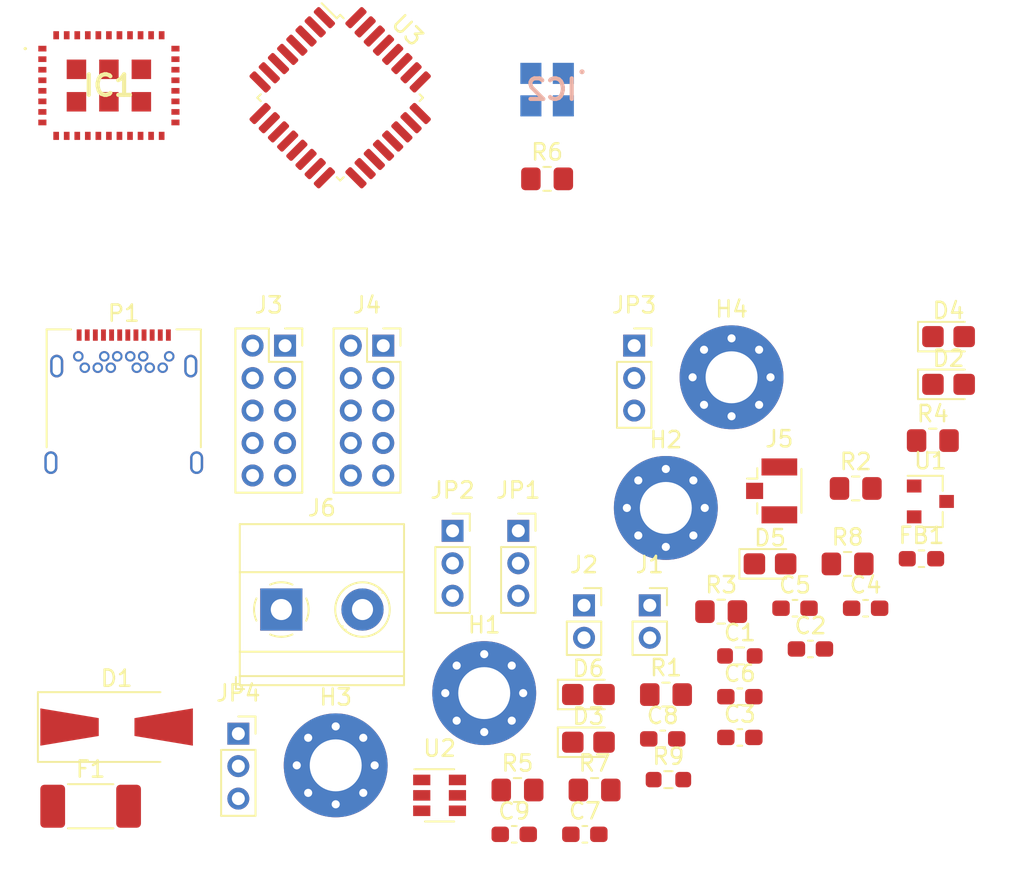
<source format=kicad_pcb>
(kicad_pcb (version 20171130) (host pcbnew "(5.1.10)-1")

  (general
    (thickness 1.6)
    (drawings 0)
    (tracks 0)
    (zones 0)
    (modules 46)
    (nets 85)
  )

  (page A4)
  (title_block
    (date 2021-07-03)
  )

  (layers
    (0 F.Cu signal)
    (1 In1.Cu power)
    (2 In2.Cu power)
    (31 B.Cu signal)
    (32 B.Adhes user)
    (33 F.Adhes user)
    (34 B.Paste user)
    (35 F.Paste user)
    (36 B.SilkS user)
    (37 F.SilkS user)
    (38 B.Mask user)
    (39 F.Mask user)
    (40 Dwgs.User user)
    (41 Cmts.User user)
    (42 Eco1.User user)
    (43 Eco2.User user)
    (44 Edge.Cuts user)
    (45 Margin user)
    (46 B.CrtYd user)
    (47 F.CrtYd user)
    (48 B.Fab user)
    (49 F.Fab user)
  )

  (setup
    (last_trace_width 0.25)
    (trace_clearance 0.2)
    (zone_clearance 0.508)
    (zone_45_only no)
    (trace_min 0.2)
    (via_size 0.8)
    (via_drill 0.4)
    (via_min_size 0.4)
    (via_min_drill 0.3)
    (uvia_size 0.3)
    (uvia_drill 0.1)
    (uvias_allowed no)
    (uvia_min_size 0.2)
    (uvia_min_drill 0.1)
    (edge_width 0.05)
    (segment_width 0.2)
    (pcb_text_width 0.3)
    (pcb_text_size 1.5 1.5)
    (mod_edge_width 0.12)
    (mod_text_size 1 1)
    (mod_text_width 0.15)
    (pad_size 1.524 1.524)
    (pad_drill 0.762)
    (pad_to_mask_clearance 0)
    (aux_axis_origin 0 0)
    (visible_elements FFFFFF7F)
    (pcbplotparams
      (layerselection 0x010fc_ffffffff)
      (usegerberextensions false)
      (usegerberattributes true)
      (usegerberadvancedattributes true)
      (creategerberjobfile true)
      (excludeedgelayer true)
      (linewidth 0.100000)
      (plotframeref false)
      (viasonmask false)
      (mode 1)
      (useauxorigin false)
      (hpglpennumber 1)
      (hpglpenspeed 20)
      (hpglpendiameter 15.000000)
      (psnegative false)
      (psa4output false)
      (plotreference true)
      (plotvalue true)
      (plotinvisibletext false)
      (padsonsilk false)
      (subtractmaskfromsilk false)
      (outputformat 1)
      (mirror false)
      (drillshape 1)
      (scaleselection 1)
      (outputdirectory ""))
  )

  (net 0 "")
  (net 1 GND)
  (net 2 +3V3)
  (net 3 "Net-(C6-Pad1)")
  (net 4 +5V)
  (net 5 "Net-(D1-Pad1)")
  (net 6 LED_RX)
  (net 7 "Net-(D2-Pad1)")
  (net 8 LED_TX)
  (net 9 "Net-(D3-Pad1)")
  (net 10 "Net-(D4-Pad2)")
  (net 11 "Net-(D4-Pad1)")
  (net 12 CPU_LED)
  (net 13 "Net-(D5-Pad1)")
  (net 14 RADIO_LED)
  (net 15 "Net-(D6-Pad1)")
  (net 16 "Net-(IC1-Pad38)")
  (net 17 "Net-(IC1-Pad37)")
  (net 18 "Net-(IC1-Pad36)")
  (net 19 "Net-(IC1-Pad35)")
  (net 20 "Net-(IC1-Pad34)")
  (net 21 "Net-(IC1-Pad33)")
  (net 22 "Net-(IC1-Pad32)")
  (net 23 "Net-(IC1-Pad31)")
  (net 24 "Net-(IC1-Pad30)")
  (net 25 "Net-(IC1-Pad29)")
  (net 26 "Net-(IC1-Pad28)")
  (net 27 RESET_N)
  (net 28 DBG_EN)
  (net 29 TX_LED+DBG_CLK)
  (net 30 RX_LED+DBG_DATA)
  (net 31 LPUART1_TX)
  (net 32 LPUART1_RX)
  (net 33 DEEP_SLEEP_WAKUP)
  (net 34 "Net-(IC1-Pad16)")
  (net 35 "Net-(IC1-Pad15)")
  (net 36 "Net-(IC1-Pad14)")
  (net 37 "Net-(IC1-Pad13)")
  (net 38 "Net-(IC1-Pad12)")
  (net 39 "Net-(IC1-Pad11)")
  (net 40 "Net-(IC1-Pad10)")
  (net 41 "Net-(IC1-Pad9)")
  (net 42 "Net-(IC1-Pad8)")
  (net 43 "Net-(IC1-Pad7)")
  (net 44 "Net-(IC1-Pad5)")
  (net 45 "Net-(IC1-Pad3)")
  (net 46 PRESSURE_SDA)
  (net 47 PRESSURE_SCL)
  (net 48 NRST)
  (net 49 "Net-(J3-Pad8)")
  (net 50 "Net-(J3-Pad7)")
  (net 51 "Net-(J3-Pad6)")
  (net 52 SWCLK)
  (net 53 SWDIO)
  (net 54 "Net-(J4-Pad8)")
  (net 55 "Net-(J4-Pad7)")
  (net 56 "Net-(J4-Pad6)")
  (net 57 TS_DBG_CLK)
  (net 58 TS_DBG_DATA)
  (net 59 "Net-(P1-PadA4)")
  (net 60 "Net-(P1-PadS1)")
  (net 61 "Net-(P1-PadA7)")
  (net 62 "Net-(P1-PadA6)")
  (net 63 "Net-(P1-PadA5)")
  (net 64 BOOT0)
  (net 65 "Net-(U2-Pad5)")
  (net 66 USB_D-)
  (net 67 USB_D+)
  (net 68 "Net-(U2-Pad2)")
  (net 69 "Net-(U3-Pad30)")
  (net 70 "Net-(U3-Pad29)")
  (net 71 "Net-(U3-Pad28)")
  (net 72 "Net-(U3-Pad27)")
  (net 73 "Net-(U3-Pad26)")
  (net 74 "Net-(U3-Pad25)")
  (net 75 "Net-(U3-Pad18)")
  (net 76 "Net-(U3-Pad14)")
  (net 77 "Net-(U3-Pad13)")
  (net 78 "Net-(U3-Pad12)")
  (net 79 "Net-(U3-Pad11)")
  (net 80 "Net-(U3-Pad10)")
  (net 81 "Net-(U3-Pad7)")
  (net 82 "Net-(U3-Pad6)")
  (net 83 "Net-(U3-Pad3)")
  (net 84 "Net-(U3-Pad2)")

  (net_class Default "This is the default net class."
    (clearance 0.2)
    (trace_width 0.25)
    (via_dia 0.8)
    (via_drill 0.4)
    (uvia_dia 0.3)
    (uvia_drill 0.1)
    (add_net +3V3)
    (add_net +5V)
    (add_net BOOT0)
    (add_net CPU_LED)
    (add_net DBG_EN)
    (add_net DEEP_SLEEP_WAKUP)
    (add_net GND)
    (add_net LED_RX)
    (add_net LED_TX)
    (add_net LPUART1_RX)
    (add_net LPUART1_TX)
    (add_net NRST)
    (add_net "Net-(C6-Pad1)")
    (add_net "Net-(D1-Pad1)")
    (add_net "Net-(D2-Pad1)")
    (add_net "Net-(D3-Pad1)")
    (add_net "Net-(D4-Pad1)")
    (add_net "Net-(D4-Pad2)")
    (add_net "Net-(D5-Pad1)")
    (add_net "Net-(D6-Pad1)")
    (add_net "Net-(IC1-Pad10)")
    (add_net "Net-(IC1-Pad11)")
    (add_net "Net-(IC1-Pad12)")
    (add_net "Net-(IC1-Pad13)")
    (add_net "Net-(IC1-Pad14)")
    (add_net "Net-(IC1-Pad15)")
    (add_net "Net-(IC1-Pad16)")
    (add_net "Net-(IC1-Pad28)")
    (add_net "Net-(IC1-Pad29)")
    (add_net "Net-(IC1-Pad3)")
    (add_net "Net-(IC1-Pad30)")
    (add_net "Net-(IC1-Pad31)")
    (add_net "Net-(IC1-Pad32)")
    (add_net "Net-(IC1-Pad33)")
    (add_net "Net-(IC1-Pad34)")
    (add_net "Net-(IC1-Pad35)")
    (add_net "Net-(IC1-Pad36)")
    (add_net "Net-(IC1-Pad37)")
    (add_net "Net-(IC1-Pad38)")
    (add_net "Net-(IC1-Pad5)")
    (add_net "Net-(IC1-Pad7)")
    (add_net "Net-(IC1-Pad8)")
    (add_net "Net-(IC1-Pad9)")
    (add_net "Net-(J3-Pad6)")
    (add_net "Net-(J3-Pad7)")
    (add_net "Net-(J3-Pad8)")
    (add_net "Net-(J4-Pad6)")
    (add_net "Net-(J4-Pad7)")
    (add_net "Net-(J4-Pad8)")
    (add_net "Net-(P1-PadA4)")
    (add_net "Net-(P1-PadA5)")
    (add_net "Net-(P1-PadA6)")
    (add_net "Net-(P1-PadA7)")
    (add_net "Net-(P1-PadS1)")
    (add_net "Net-(U2-Pad2)")
    (add_net "Net-(U2-Pad5)")
    (add_net "Net-(U3-Pad10)")
    (add_net "Net-(U3-Pad11)")
    (add_net "Net-(U3-Pad12)")
    (add_net "Net-(U3-Pad13)")
    (add_net "Net-(U3-Pad14)")
    (add_net "Net-(U3-Pad18)")
    (add_net "Net-(U3-Pad2)")
    (add_net "Net-(U3-Pad25)")
    (add_net "Net-(U3-Pad26)")
    (add_net "Net-(U3-Pad27)")
    (add_net "Net-(U3-Pad28)")
    (add_net "Net-(U3-Pad29)")
    (add_net "Net-(U3-Pad3)")
    (add_net "Net-(U3-Pad30)")
    (add_net "Net-(U3-Pad6)")
    (add_net "Net-(U3-Pad7)")
    (add_net PRESSURE_SCL)
    (add_net PRESSURE_SDA)
    (add_net RADIO_LED)
    (add_net RESET_N)
    (add_net RX_LED+DBG_DATA)
    (add_net SWCLK)
    (add_net SWDIO)
    (add_net TS_DBG_CLK)
    (add_net TS_DBG_DATA)
    (add_net TX_LED+DBG_CLK)
    (add_net USB_D+)
    (add_net USB_D-)
  )

  (module Package_QFP:LQFP-32_7x7mm_P0.8mm (layer F.Cu) (tedit 5D9F72AF) (tstamp 60E013C0)
    (at 143.75 81 315)
    (descr "LQFP, 32 Pin (https://www.nxp.com/docs/en/package-information/SOT358-1.pdf), generated with kicad-footprint-generator ipc_gullwing_generator.py")
    (tags "LQFP QFP")
    (path /60DEFA50)
    (attr smd)
    (fp_text reference U3 (at 0 -5.88 135) (layer F.SilkS)
      (effects (font (size 1 1) (thickness 0.15)))
    )
    (fp_text value STM32L082KZTx (at 0 5.88 135) (layer F.Fab)
      (effects (font (size 1 1) (thickness 0.15)))
    )
    (fp_text user %R (at 0 0 45) (layer F.Fab)
      (effects (font (size 1 1) (thickness 0.15)))
    )
    (fp_line (start 3.31 3.61) (end 3.61 3.61) (layer F.SilkS) (width 0.12))
    (fp_line (start 3.61 3.61) (end 3.61 3.31) (layer F.SilkS) (width 0.12))
    (fp_line (start -3.31 3.61) (end -3.61 3.61) (layer F.SilkS) (width 0.12))
    (fp_line (start -3.61 3.61) (end -3.61 3.31) (layer F.SilkS) (width 0.12))
    (fp_line (start 3.31 -3.61) (end 3.61 -3.61) (layer F.SilkS) (width 0.12))
    (fp_line (start 3.61 -3.61) (end 3.61 -3.31) (layer F.SilkS) (width 0.12))
    (fp_line (start -3.31 -3.61) (end -3.61 -3.61) (layer F.SilkS) (width 0.12))
    (fp_line (start -3.61 -3.61) (end -3.61 -3.31) (layer F.SilkS) (width 0.12))
    (fp_line (start -3.61 -3.31) (end -4.925 -3.31) (layer F.SilkS) (width 0.12))
    (fp_line (start -2.5 -3.5) (end 3.5 -3.5) (layer F.Fab) (width 0.1))
    (fp_line (start 3.5 -3.5) (end 3.5 3.5) (layer F.Fab) (width 0.1))
    (fp_line (start 3.5 3.5) (end -3.5 3.5) (layer F.Fab) (width 0.1))
    (fp_line (start -3.5 3.5) (end -3.5 -2.5) (layer F.Fab) (width 0.1))
    (fp_line (start -3.5 -2.5) (end -2.5 -3.5) (layer F.Fab) (width 0.1))
    (fp_line (start 0 -5.18) (end -3.3 -5.18) (layer F.CrtYd) (width 0.05))
    (fp_line (start -3.3 -5.18) (end -3.3 -3.75) (layer F.CrtYd) (width 0.05))
    (fp_line (start -3.3 -3.75) (end -3.75 -3.75) (layer F.CrtYd) (width 0.05))
    (fp_line (start -3.75 -3.75) (end -3.75 -3.3) (layer F.CrtYd) (width 0.05))
    (fp_line (start -3.75 -3.3) (end -5.18 -3.3) (layer F.CrtYd) (width 0.05))
    (fp_line (start -5.18 -3.3) (end -5.18 0) (layer F.CrtYd) (width 0.05))
    (fp_line (start 0 -5.18) (end 3.3 -5.18) (layer F.CrtYd) (width 0.05))
    (fp_line (start 3.3 -5.18) (end 3.3 -3.75) (layer F.CrtYd) (width 0.05))
    (fp_line (start 3.3 -3.75) (end 3.75 -3.75) (layer F.CrtYd) (width 0.05))
    (fp_line (start 3.75 -3.75) (end 3.75 -3.3) (layer F.CrtYd) (width 0.05))
    (fp_line (start 3.75 -3.3) (end 5.18 -3.3) (layer F.CrtYd) (width 0.05))
    (fp_line (start 5.18 -3.3) (end 5.18 0) (layer F.CrtYd) (width 0.05))
    (fp_line (start 0 5.18) (end -3.3 5.18) (layer F.CrtYd) (width 0.05))
    (fp_line (start -3.3 5.18) (end -3.3 3.75) (layer F.CrtYd) (width 0.05))
    (fp_line (start -3.3 3.75) (end -3.75 3.75) (layer F.CrtYd) (width 0.05))
    (fp_line (start -3.75 3.75) (end -3.75 3.3) (layer F.CrtYd) (width 0.05))
    (fp_line (start -3.75 3.3) (end -5.18 3.3) (layer F.CrtYd) (width 0.05))
    (fp_line (start -5.18 3.3) (end -5.18 0) (layer F.CrtYd) (width 0.05))
    (fp_line (start 0 5.18) (end 3.3 5.18) (layer F.CrtYd) (width 0.05))
    (fp_line (start 3.3 5.18) (end 3.3 3.75) (layer F.CrtYd) (width 0.05))
    (fp_line (start 3.3 3.75) (end 3.75 3.75) (layer F.CrtYd) (width 0.05))
    (fp_line (start 3.75 3.75) (end 3.75 3.3) (layer F.CrtYd) (width 0.05))
    (fp_line (start 3.75 3.3) (end 5.18 3.3) (layer F.CrtYd) (width 0.05))
    (fp_line (start 5.18 3.3) (end 5.18 0) (layer F.CrtYd) (width 0.05))
    (pad 32 smd roundrect (at -2.8 -4.175 315) (size 0.5 1.5) (layers F.Cu F.Paste F.Mask) (roundrect_rratio 0.25)
      (net 1 GND))
    (pad 31 smd roundrect (at -2 -4.175 315) (size 0.5 1.5) (layers F.Cu F.Paste F.Mask) (roundrect_rratio 0.25)
      (net 64 BOOT0))
    (pad 30 smd roundrect (at -1.2 -4.175 315) (size 0.5 1.5) (layers F.Cu F.Paste F.Mask) (roundrect_rratio 0.25)
      (net 69 "Net-(U3-Pad30)"))
    (pad 29 smd roundrect (at -0.4 -4.175 315) (size 0.5 1.5) (layers F.Cu F.Paste F.Mask) (roundrect_rratio 0.25)
      (net 70 "Net-(U3-Pad29)"))
    (pad 28 smd roundrect (at 0.4 -4.175 315) (size 0.5 1.5) (layers F.Cu F.Paste F.Mask) (roundrect_rratio 0.25)
      (net 71 "Net-(U3-Pad28)"))
    (pad 27 smd roundrect (at 1.2 -4.175 315) (size 0.5 1.5) (layers F.Cu F.Paste F.Mask) (roundrect_rratio 0.25)
      (net 72 "Net-(U3-Pad27)"))
    (pad 26 smd roundrect (at 2 -4.175 315) (size 0.5 1.5) (layers F.Cu F.Paste F.Mask) (roundrect_rratio 0.25)
      (net 73 "Net-(U3-Pad26)"))
    (pad 25 smd roundrect (at 2.8 -4.175 315) (size 0.5 1.5) (layers F.Cu F.Paste F.Mask) (roundrect_rratio 0.25)
      (net 74 "Net-(U3-Pad25)"))
    (pad 24 smd roundrect (at 4.175 -2.8 315) (size 1.5 0.5) (layers F.Cu F.Paste F.Mask) (roundrect_rratio 0.25)
      (net 52 SWCLK))
    (pad 23 smd roundrect (at 4.175 -2 315) (size 1.5 0.5) (layers F.Cu F.Paste F.Mask) (roundrect_rratio 0.25)
      (net 53 SWDIO))
    (pad 22 smd roundrect (at 4.175 -1.2 315) (size 1.5 0.5) (layers F.Cu F.Paste F.Mask) (roundrect_rratio 0.25)
      (net 66 USB_D-))
    (pad 21 smd roundrect (at 4.175 -0.4 315) (size 1.5 0.5) (layers F.Cu F.Paste F.Mask) (roundrect_rratio 0.25)
      (net 67 USB_D+))
    (pad 20 smd roundrect (at 4.175 0.4 315) (size 1.5 0.5) (layers F.Cu F.Paste F.Mask) (roundrect_rratio 0.25)
      (net 46 PRESSURE_SDA))
    (pad 19 smd roundrect (at 4.175 1.2 315) (size 1.5 0.5) (layers F.Cu F.Paste F.Mask) (roundrect_rratio 0.25)
      (net 47 PRESSURE_SCL))
    (pad 18 smd roundrect (at 4.175 2 315) (size 1.5 0.5) (layers F.Cu F.Paste F.Mask) (roundrect_rratio 0.25)
      (net 75 "Net-(U3-Pad18)"))
    (pad 17 smd roundrect (at 4.175 2.8 315) (size 1.5 0.5) (layers F.Cu F.Paste F.Mask) (roundrect_rratio 0.25)
      (net 2 +3V3))
    (pad 16 smd roundrect (at 2.8 4.175 315) (size 0.5 1.5) (layers F.Cu F.Paste F.Mask) (roundrect_rratio 0.25)
      (net 1 GND))
    (pad 15 smd roundrect (at 2 4.175 315) (size 0.5 1.5) (layers F.Cu F.Paste F.Mask) (roundrect_rratio 0.25)
      (net 33 DEEP_SLEEP_WAKUP))
    (pad 14 smd roundrect (at 1.2 4.175 315) (size 0.5 1.5) (layers F.Cu F.Paste F.Mask) (roundrect_rratio 0.25)
      (net 76 "Net-(U3-Pad14)"))
    (pad 13 smd roundrect (at 0.4 4.175 315) (size 0.5 1.5) (layers F.Cu F.Paste F.Mask) (roundrect_rratio 0.25)
      (net 77 "Net-(U3-Pad13)"))
    (pad 12 smd roundrect (at -0.4 4.175 315) (size 0.5 1.5) (layers F.Cu F.Paste F.Mask) (roundrect_rratio 0.25)
      (net 78 "Net-(U3-Pad12)"))
    (pad 11 smd roundrect (at -1.2 4.175 315) (size 0.5 1.5) (layers F.Cu F.Paste F.Mask) (roundrect_rratio 0.25)
      (net 79 "Net-(U3-Pad11)"))
    (pad 10 smd roundrect (at -2 4.175 315) (size 0.5 1.5) (layers F.Cu F.Paste F.Mask) (roundrect_rratio 0.25)
      (net 80 "Net-(U3-Pad10)"))
    (pad 9 smd roundrect (at -2.8 4.175 315) (size 0.5 1.5) (layers F.Cu F.Paste F.Mask) (roundrect_rratio 0.25)
      (net 32 LPUART1_RX))
    (pad 8 smd roundrect (at -4.175 2.8 315) (size 1.5 0.5) (layers F.Cu F.Paste F.Mask) (roundrect_rratio 0.25)
      (net 31 LPUART1_TX))
    (pad 7 smd roundrect (at -4.175 2 315) (size 1.5 0.5) (layers F.Cu F.Paste F.Mask) (roundrect_rratio 0.25)
      (net 81 "Net-(U3-Pad7)"))
    (pad 6 smd roundrect (at -4.175 1.2 315) (size 1.5 0.5) (layers F.Cu F.Paste F.Mask) (roundrect_rratio 0.25)
      (net 82 "Net-(U3-Pad6)"))
    (pad 5 smd roundrect (at -4.175 0.4 315) (size 1.5 0.5) (layers F.Cu F.Paste F.Mask) (roundrect_rratio 0.25)
      (net 2 +3V3))
    (pad 4 smd roundrect (at -4.175 -0.4 315) (size 1.5 0.5) (layers F.Cu F.Paste F.Mask) (roundrect_rratio 0.25)
      (net 48 NRST))
    (pad 3 smd roundrect (at -4.175 -1.2 315) (size 1.5 0.5) (layers F.Cu F.Paste F.Mask) (roundrect_rratio 0.25)
      (net 83 "Net-(U3-Pad3)"))
    (pad 2 smd roundrect (at -4.175 -2 315) (size 1.5 0.5) (layers F.Cu F.Paste F.Mask) (roundrect_rratio 0.25)
      (net 84 "Net-(U3-Pad2)"))
    (pad 1 smd roundrect (at -4.175 -2.8 315) (size 1.5 0.5) (layers F.Cu F.Paste F.Mask) (roundrect_rratio 0.25)
      (net 2 +3V3))
    (model ${KISYS3DMOD}/Package_QFP.3dshapes/LQFP-32_7x7mm_P0.8mm.wrl
      (at (xyz 0 0 0))
      (scale (xyz 1 1 1))
      (rotate (xyz 0 0 0))
    )
  )

  (module Package_TO_SOT_SMD:SOT-23-6 (layer F.Cu) (tedit 5A02FF57) (tstamp 60E01375)
    (at 149.875001 123.985001)
    (descr "6-pin SOT-23 package")
    (tags SOT-23-6)
    (path /60E622DF)
    (attr smd)
    (fp_text reference U2 (at 0 -2.9) (layer F.SilkS)
      (effects (font (size 1 1) (thickness 0.15)))
    )
    (fp_text value USBLC6-2SC6 (at 0 2.9) (layer F.Fab)
      (effects (font (size 1 1) (thickness 0.15)))
    )
    (fp_text user %R (at 0 0 90) (layer F.Fab)
      (effects (font (size 0.5 0.5) (thickness 0.075)))
    )
    (fp_line (start -0.9 1.61) (end 0.9 1.61) (layer F.SilkS) (width 0.12))
    (fp_line (start 0.9 -1.61) (end -1.55 -1.61) (layer F.SilkS) (width 0.12))
    (fp_line (start 1.9 -1.8) (end -1.9 -1.8) (layer F.CrtYd) (width 0.05))
    (fp_line (start 1.9 1.8) (end 1.9 -1.8) (layer F.CrtYd) (width 0.05))
    (fp_line (start -1.9 1.8) (end 1.9 1.8) (layer F.CrtYd) (width 0.05))
    (fp_line (start -1.9 -1.8) (end -1.9 1.8) (layer F.CrtYd) (width 0.05))
    (fp_line (start -0.9 -0.9) (end -0.25 -1.55) (layer F.Fab) (width 0.1))
    (fp_line (start 0.9 -1.55) (end -0.25 -1.55) (layer F.Fab) (width 0.1))
    (fp_line (start -0.9 -0.9) (end -0.9 1.55) (layer F.Fab) (width 0.1))
    (fp_line (start 0.9 1.55) (end -0.9 1.55) (layer F.Fab) (width 0.1))
    (fp_line (start 0.9 -1.55) (end 0.9 1.55) (layer F.Fab) (width 0.1))
    (pad 5 smd rect (at 1.1 0) (size 1.06 0.65) (layers F.Cu F.Paste F.Mask)
      (net 65 "Net-(U2-Pad5)"))
    (pad 6 smd rect (at 1.1 -0.95) (size 1.06 0.65) (layers F.Cu F.Paste F.Mask)
      (net 61 "Net-(P1-PadA7)"))
    (pad 4 smd rect (at 1.1 0.95) (size 1.06 0.65) (layers F.Cu F.Paste F.Mask)
      (net 66 USB_D-))
    (pad 3 smd rect (at -1.1 0.95) (size 1.06 0.65) (layers F.Cu F.Paste F.Mask)
      (net 67 USB_D+))
    (pad 2 smd rect (at -1.1 0) (size 1.06 0.65) (layers F.Cu F.Paste F.Mask)
      (net 68 "Net-(U2-Pad2)"))
    (pad 1 smd rect (at -1.1 -0.95) (size 1.06 0.65) (layers F.Cu F.Paste F.Mask)
      (net 62 "Net-(P1-PadA6)"))
    (model ${KISYS3DMOD}/Package_TO_SOT_SMD.3dshapes/SOT-23-6.wrl
      (at (xyz 0 0 0))
      (scale (xyz 1 1 1))
      (rotate (xyz 0 0 0))
    )
  )

  (module Package_TO_SOT_SMD:SOT-23 (layer F.Cu) (tedit 5A02FF57) (tstamp 60E0135F)
    (at 180.115001 105.875001)
    (descr "SOT-23, Standard")
    (tags SOT-23)
    (path /60CB75F5)
    (attr smd)
    (fp_text reference U1 (at 0 -2.5) (layer F.SilkS)
      (effects (font (size 1 1) (thickness 0.15)))
    )
    (fp_text value XC6206PxxxMR (at 0 2.5) (layer F.Fab)
      (effects (font (size 1 1) (thickness 0.15)))
    )
    (fp_text user %R (at 0 0 90) (layer F.Fab)
      (effects (font (size 0.5 0.5) (thickness 0.075)))
    )
    (fp_line (start -0.7 -0.95) (end -0.7 1.5) (layer F.Fab) (width 0.1))
    (fp_line (start -0.15 -1.52) (end 0.7 -1.52) (layer F.Fab) (width 0.1))
    (fp_line (start -0.7 -0.95) (end -0.15 -1.52) (layer F.Fab) (width 0.1))
    (fp_line (start 0.7 -1.52) (end 0.7 1.52) (layer F.Fab) (width 0.1))
    (fp_line (start -0.7 1.52) (end 0.7 1.52) (layer F.Fab) (width 0.1))
    (fp_line (start 0.76 1.58) (end 0.76 0.65) (layer F.SilkS) (width 0.12))
    (fp_line (start 0.76 -1.58) (end 0.76 -0.65) (layer F.SilkS) (width 0.12))
    (fp_line (start -1.7 -1.75) (end 1.7 -1.75) (layer F.CrtYd) (width 0.05))
    (fp_line (start 1.7 -1.75) (end 1.7 1.75) (layer F.CrtYd) (width 0.05))
    (fp_line (start 1.7 1.75) (end -1.7 1.75) (layer F.CrtYd) (width 0.05))
    (fp_line (start -1.7 1.75) (end -1.7 -1.75) (layer F.CrtYd) (width 0.05))
    (fp_line (start 0.76 -1.58) (end -1.4 -1.58) (layer F.SilkS) (width 0.12))
    (fp_line (start 0.76 1.58) (end -0.7 1.58) (layer F.SilkS) (width 0.12))
    (pad 3 smd rect (at 1 0) (size 0.9 0.8) (layers F.Cu F.Paste F.Mask)
      (net 3 "Net-(C6-Pad1)"))
    (pad 2 smd rect (at -1 0.95) (size 0.9 0.8) (layers F.Cu F.Paste F.Mask)
      (net 2 +3V3))
    (pad 1 smd rect (at -1 -0.95) (size 0.9 0.8) (layers F.Cu F.Paste F.Mask)
      (net 1 GND))
    (model ${KISYS3DMOD}/Package_TO_SOT_SMD.3dshapes/SOT-23.wrl
      (at (xyz 0 0 0))
      (scale (xyz 1 1 1))
      (rotate (xyz 0 0 0))
    )
  )

  (module Resistor_SMD:R_0603_1608Metric_Pad0.98x0.95mm_HandSolder (layer F.Cu) (tedit 5F68FEEE) (tstamp 60E0134A)
    (at 163.975001 123.015001)
    (descr "Resistor SMD 0603 (1608 Metric), square (rectangular) end terminal, IPC_7351 nominal with elongated pad for handsoldering. (Body size source: IPC-SM-782 page 72, https://www.pcb-3d.com/wordpress/wp-content/uploads/ipc-sm-782a_amendment_1_and_2.pdf), generated with kicad-footprint-generator")
    (tags "resistor handsolder")
    (path /60EC75CE)
    (attr smd)
    (fp_text reference R9 (at 0 -1.43) (layer F.SilkS)
      (effects (font (size 1 1) (thickness 0.15)))
    )
    (fp_text value 56k (at 0 1.43) (layer F.Fab)
      (effects (font (size 1 1) (thickness 0.15)))
    )
    (fp_text user %R (at 0 0) (layer F.Fab)
      (effects (font (size 0.4 0.4) (thickness 0.06)))
    )
    (fp_line (start -0.8 0.4125) (end -0.8 -0.4125) (layer F.Fab) (width 0.1))
    (fp_line (start -0.8 -0.4125) (end 0.8 -0.4125) (layer F.Fab) (width 0.1))
    (fp_line (start 0.8 -0.4125) (end 0.8 0.4125) (layer F.Fab) (width 0.1))
    (fp_line (start 0.8 0.4125) (end -0.8 0.4125) (layer F.Fab) (width 0.1))
    (fp_line (start -0.254724 -0.5225) (end 0.254724 -0.5225) (layer F.SilkS) (width 0.12))
    (fp_line (start -0.254724 0.5225) (end 0.254724 0.5225) (layer F.SilkS) (width 0.12))
    (fp_line (start -1.65 0.73) (end -1.65 -0.73) (layer F.CrtYd) (width 0.05))
    (fp_line (start -1.65 -0.73) (end 1.65 -0.73) (layer F.CrtYd) (width 0.05))
    (fp_line (start 1.65 -0.73) (end 1.65 0.73) (layer F.CrtYd) (width 0.05))
    (fp_line (start 1.65 0.73) (end -1.65 0.73) (layer F.CrtYd) (width 0.05))
    (pad 2 smd roundrect (at 0.9125 0) (size 0.975 0.95) (layers F.Cu F.Paste F.Mask) (roundrect_rratio 0.25)
      (net 63 "Net-(P1-PadA5)"))
    (pad 1 smd roundrect (at -0.9125 0) (size 0.975 0.95) (layers F.Cu F.Paste F.Mask) (roundrect_rratio 0.25)
      (net 4 +5V))
    (model ${KISYS3DMOD}/Resistor_SMD.3dshapes/R_0603_1608Metric.wrl
      (at (xyz 0 0 0))
      (scale (xyz 1 1 1))
      (rotate (xyz 0 0 0))
    )
  )

  (module Resistor_SMD:R_0805_2012Metric_Pad1.20x1.40mm_HandSolder (layer F.Cu) (tedit 5F68FEEE) (tstamp 60E01339)
    (at 175.015001 109.725001)
    (descr "Resistor SMD 0805 (2012 Metric), square (rectangular) end terminal, IPC_7351 nominal with elongated pad for handsoldering. (Body size source: IPC-SM-782 page 72, https://www.pcb-3d.com/wordpress/wp-content/uploads/ipc-sm-782a_amendment_1_and_2.pdf), generated with kicad-footprint-generator")
    (tags "resistor handsolder")
    (path /60DEEC8B)
    (attr smd)
    (fp_text reference R8 (at 0 -1.65) (layer F.SilkS)
      (effects (font (size 1 1) (thickness 0.15)))
    )
    (fp_text value 2k (at 0 1.65) (layer F.Fab)
      (effects (font (size 1 1) (thickness 0.15)))
    )
    (fp_text user %R (at 0 0) (layer F.Fab)
      (effects (font (size 0.5 0.5) (thickness 0.08)))
    )
    (fp_line (start -1 0.625) (end -1 -0.625) (layer F.Fab) (width 0.1))
    (fp_line (start -1 -0.625) (end 1 -0.625) (layer F.Fab) (width 0.1))
    (fp_line (start 1 -0.625) (end 1 0.625) (layer F.Fab) (width 0.1))
    (fp_line (start 1 0.625) (end -1 0.625) (layer F.Fab) (width 0.1))
    (fp_line (start -0.227064 -0.735) (end 0.227064 -0.735) (layer F.SilkS) (width 0.12))
    (fp_line (start -0.227064 0.735) (end 0.227064 0.735) (layer F.SilkS) (width 0.12))
    (fp_line (start -1.85 0.95) (end -1.85 -0.95) (layer F.CrtYd) (width 0.05))
    (fp_line (start -1.85 -0.95) (end 1.85 -0.95) (layer F.CrtYd) (width 0.05))
    (fp_line (start 1.85 -0.95) (end 1.85 0.95) (layer F.CrtYd) (width 0.05))
    (fp_line (start 1.85 0.95) (end -1.85 0.95) (layer F.CrtYd) (width 0.05))
    (pad 2 smd roundrect (at 1 0) (size 1.2 1.4) (layers F.Cu F.Paste F.Mask) (roundrect_rratio 0.208333)
      (net 1 GND))
    (pad 1 smd roundrect (at -1 0) (size 1.2 1.4) (layers F.Cu F.Paste F.Mask) (roundrect_rratio 0.208333)
      (net 15 "Net-(D6-Pad1)"))
    (model ${KISYS3DMOD}/Resistor_SMD.3dshapes/R_0805_2012Metric.wrl
      (at (xyz 0 0 0))
      (scale (xyz 1 1 1))
      (rotate (xyz 0 0 0))
    )
  )

  (module Resistor_SMD:R_0805_2012Metric_Pad1.20x1.40mm_HandSolder (layer F.Cu) (tedit 5F68FEEE) (tstamp 60E01328)
    (at 159.425001 123.655001)
    (descr "Resistor SMD 0805 (2012 Metric), square (rectangular) end terminal, IPC_7351 nominal with elongated pad for handsoldering. (Body size source: IPC-SM-782 page 72, https://www.pcb-3d.com/wordpress/wp-content/uploads/ipc-sm-782a_amendment_1_and_2.pdf), generated with kicad-footprint-generator")
    (tags "resistor handsolder")
    (path /60DEE8CC)
    (attr smd)
    (fp_text reference R7 (at 0 -1.65) (layer F.SilkS)
      (effects (font (size 1 1) (thickness 0.15)))
    )
    (fp_text value 2k (at 0 1.65) (layer F.Fab)
      (effects (font (size 1 1) (thickness 0.15)))
    )
    (fp_text user %R (at 0 0) (layer F.Fab)
      (effects (font (size 0.5 0.5) (thickness 0.08)))
    )
    (fp_line (start -1 0.625) (end -1 -0.625) (layer F.Fab) (width 0.1))
    (fp_line (start -1 -0.625) (end 1 -0.625) (layer F.Fab) (width 0.1))
    (fp_line (start 1 -0.625) (end 1 0.625) (layer F.Fab) (width 0.1))
    (fp_line (start 1 0.625) (end -1 0.625) (layer F.Fab) (width 0.1))
    (fp_line (start -0.227064 -0.735) (end 0.227064 -0.735) (layer F.SilkS) (width 0.12))
    (fp_line (start -0.227064 0.735) (end 0.227064 0.735) (layer F.SilkS) (width 0.12))
    (fp_line (start -1.85 0.95) (end -1.85 -0.95) (layer F.CrtYd) (width 0.05))
    (fp_line (start -1.85 -0.95) (end 1.85 -0.95) (layer F.CrtYd) (width 0.05))
    (fp_line (start 1.85 -0.95) (end 1.85 0.95) (layer F.CrtYd) (width 0.05))
    (fp_line (start 1.85 0.95) (end -1.85 0.95) (layer F.CrtYd) (width 0.05))
    (pad 2 smd roundrect (at 1 0) (size 1.2 1.4) (layers F.Cu F.Paste F.Mask) (roundrect_rratio 0.208333)
      (net 1 GND))
    (pad 1 smd roundrect (at -1 0) (size 1.2 1.4) (layers F.Cu F.Paste F.Mask) (roundrect_rratio 0.208333)
      (net 13 "Net-(D5-Pad1)"))
    (model ${KISYS3DMOD}/Resistor_SMD.3dshapes/R_0805_2012Metric.wrl
      (at (xyz 0 0 0))
      (scale (xyz 1 1 1))
      (rotate (xyz 0 0 0))
    )
  )

  (module Resistor_SMD:R_0805_2012Metric_Pad1.20x1.40mm_HandSolder (layer F.Cu) (tedit 5F68FEEE) (tstamp 60E01317)
    (at 156.5 86)
    (descr "Resistor SMD 0805 (2012 Metric), square (rectangular) end terminal, IPC_7351 nominal with elongated pad for handsoldering. (Body size source: IPC-SM-782 page 72, https://www.pcb-3d.com/wordpress/wp-content/uploads/ipc-sm-782a_amendment_1_and_2.pdf), generated with kicad-footprint-generator")
    (tags "resistor handsolder")
    (path /60D4B7D2)
    (attr smd)
    (fp_text reference R6 (at 0 -1.65) (layer F.SilkS)
      (effects (font (size 1 1) (thickness 0.15)))
    )
    (fp_text value 10k (at 0 1.65) (layer F.Fab)
      (effects (font (size 1 1) (thickness 0.15)))
    )
    (fp_text user %R (at 0 0) (layer F.Fab)
      (effects (font (size 0.5 0.5) (thickness 0.08)))
    )
    (fp_line (start -1 0.625) (end -1 -0.625) (layer F.Fab) (width 0.1))
    (fp_line (start -1 -0.625) (end 1 -0.625) (layer F.Fab) (width 0.1))
    (fp_line (start 1 -0.625) (end 1 0.625) (layer F.Fab) (width 0.1))
    (fp_line (start 1 0.625) (end -1 0.625) (layer F.Fab) (width 0.1))
    (fp_line (start -0.227064 -0.735) (end 0.227064 -0.735) (layer F.SilkS) (width 0.12))
    (fp_line (start -0.227064 0.735) (end 0.227064 0.735) (layer F.SilkS) (width 0.12))
    (fp_line (start -1.85 0.95) (end -1.85 -0.95) (layer F.CrtYd) (width 0.05))
    (fp_line (start -1.85 -0.95) (end 1.85 -0.95) (layer F.CrtYd) (width 0.05))
    (fp_line (start 1.85 -0.95) (end 1.85 0.95) (layer F.CrtYd) (width 0.05))
    (fp_line (start 1.85 0.95) (end -1.85 0.95) (layer F.CrtYd) (width 0.05))
    (pad 2 smd roundrect (at 1 0) (size 1.2 1.4) (layers F.Cu F.Paste F.Mask) (roundrect_rratio 0.208333)
      (net 46 PRESSURE_SDA))
    (pad 1 smd roundrect (at -1 0) (size 1.2 1.4) (layers F.Cu F.Paste F.Mask) (roundrect_rratio 0.208333)
      (net 2 +3V3))
    (model ${KISYS3DMOD}/Resistor_SMD.3dshapes/R_0805_2012Metric.wrl
      (at (xyz 0 0 0))
      (scale (xyz 1 1 1))
      (rotate (xyz 0 0 0))
    )
  )

  (module Resistor_SMD:R_0805_2012Metric_Pad1.20x1.40mm_HandSolder (layer F.Cu) (tedit 5F68FEEE) (tstamp 60E01306)
    (at 154.675001 123.655001)
    (descr "Resistor SMD 0805 (2012 Metric), square (rectangular) end terminal, IPC_7351 nominal with elongated pad for handsoldering. (Body size source: IPC-SM-782 page 72, https://www.pcb-3d.com/wordpress/wp-content/uploads/ipc-sm-782a_amendment_1_and_2.pdf), generated with kicad-footprint-generator")
    (tags "resistor handsolder")
    (path /60D4B102)
    (attr smd)
    (fp_text reference R5 (at 0 -1.65) (layer F.SilkS)
      (effects (font (size 1 1) (thickness 0.15)))
    )
    (fp_text value 10k (at 0 1.65) (layer F.Fab)
      (effects (font (size 1 1) (thickness 0.15)))
    )
    (fp_text user %R (at 0 0) (layer F.Fab)
      (effects (font (size 0.5 0.5) (thickness 0.08)))
    )
    (fp_line (start -1 0.625) (end -1 -0.625) (layer F.Fab) (width 0.1))
    (fp_line (start -1 -0.625) (end 1 -0.625) (layer F.Fab) (width 0.1))
    (fp_line (start 1 -0.625) (end 1 0.625) (layer F.Fab) (width 0.1))
    (fp_line (start 1 0.625) (end -1 0.625) (layer F.Fab) (width 0.1))
    (fp_line (start -0.227064 -0.735) (end 0.227064 -0.735) (layer F.SilkS) (width 0.12))
    (fp_line (start -0.227064 0.735) (end 0.227064 0.735) (layer F.SilkS) (width 0.12))
    (fp_line (start -1.85 0.95) (end -1.85 -0.95) (layer F.CrtYd) (width 0.05))
    (fp_line (start -1.85 -0.95) (end 1.85 -0.95) (layer F.CrtYd) (width 0.05))
    (fp_line (start 1.85 -0.95) (end 1.85 0.95) (layer F.CrtYd) (width 0.05))
    (fp_line (start 1.85 0.95) (end -1.85 0.95) (layer F.CrtYd) (width 0.05))
    (pad 2 smd roundrect (at 1 0) (size 1.2 1.4) (layers F.Cu F.Paste F.Mask) (roundrect_rratio 0.208333)
      (net 47 PRESSURE_SCL))
    (pad 1 smd roundrect (at -1 0) (size 1.2 1.4) (layers F.Cu F.Paste F.Mask) (roundrect_rratio 0.208333)
      (net 2 +3V3))
    (model ${KISYS3DMOD}/Resistor_SMD.3dshapes/R_0805_2012Metric.wrl
      (at (xyz 0 0 0))
      (scale (xyz 1 1 1))
      (rotate (xyz 0 0 0))
    )
  )

  (module Resistor_SMD:R_0805_2012Metric_Pad1.20x1.40mm_HandSolder (layer F.Cu) (tedit 5F68FEEE) (tstamp 60E012F5)
    (at 180.265001 102.125001)
    (descr "Resistor SMD 0805 (2012 Metric), square (rectangular) end terminal, IPC_7351 nominal with elongated pad for handsoldering. (Body size source: IPC-SM-782 page 72, https://www.pcb-3d.com/wordpress/wp-content/uploads/ipc-sm-782a_amendment_1_and_2.pdf), generated with kicad-footprint-generator")
    (tags "resistor handsolder")
    (path /60CD2F20)
    (attr smd)
    (fp_text reference R4 (at 0 -1.65) (layer F.SilkS)
      (effects (font (size 1 1) (thickness 0.15)))
    )
    (fp_text value 2k (at 0 1.65) (layer F.Fab)
      (effects (font (size 1 1) (thickness 0.15)))
    )
    (fp_text user %R (at 0 0) (layer F.Fab)
      (effects (font (size 0.5 0.5) (thickness 0.08)))
    )
    (fp_line (start -1 0.625) (end -1 -0.625) (layer F.Fab) (width 0.1))
    (fp_line (start -1 -0.625) (end 1 -0.625) (layer F.Fab) (width 0.1))
    (fp_line (start 1 -0.625) (end 1 0.625) (layer F.Fab) (width 0.1))
    (fp_line (start 1 0.625) (end -1 0.625) (layer F.Fab) (width 0.1))
    (fp_line (start -0.227064 -0.735) (end 0.227064 -0.735) (layer F.SilkS) (width 0.12))
    (fp_line (start -0.227064 0.735) (end 0.227064 0.735) (layer F.SilkS) (width 0.12))
    (fp_line (start -1.85 0.95) (end -1.85 -0.95) (layer F.CrtYd) (width 0.05))
    (fp_line (start -1.85 -0.95) (end 1.85 -0.95) (layer F.CrtYd) (width 0.05))
    (fp_line (start 1.85 -0.95) (end 1.85 0.95) (layer F.CrtYd) (width 0.05))
    (fp_line (start 1.85 0.95) (end -1.85 0.95) (layer F.CrtYd) (width 0.05))
    (pad 2 smd roundrect (at 1 0) (size 1.2 1.4) (layers F.Cu F.Paste F.Mask) (roundrect_rratio 0.208333)
      (net 1 GND))
    (pad 1 smd roundrect (at -1 0) (size 1.2 1.4) (layers F.Cu F.Paste F.Mask) (roundrect_rratio 0.208333)
      (net 11 "Net-(D4-Pad1)"))
    (model ${KISYS3DMOD}/Resistor_SMD.3dshapes/R_0805_2012Metric.wrl
      (at (xyz 0 0 0))
      (scale (xyz 1 1 1))
      (rotate (xyz 0 0 0))
    )
  )

  (module Resistor_SMD:R_0805_2012Metric_Pad1.20x1.40mm_HandSolder (layer F.Cu) (tedit 5F68FEEE) (tstamp 60E012E4)
    (at 167.225001 112.665001)
    (descr "Resistor SMD 0805 (2012 Metric), square (rectangular) end terminal, IPC_7351 nominal with elongated pad for handsoldering. (Body size source: IPC-SM-782 page 72, https://www.pcb-3d.com/wordpress/wp-content/uploads/ipc-sm-782a_amendment_1_and_2.pdf), generated with kicad-footprint-generator")
    (tags "resistor handsolder")
    (path /60DB9A45)
    (attr smd)
    (fp_text reference R3 (at 0 -1.65) (layer F.SilkS)
      (effects (font (size 1 1) (thickness 0.15)))
    )
    (fp_text value 2k (at 0 1.65) (layer F.Fab)
      (effects (font (size 1 1) (thickness 0.15)))
    )
    (fp_text user %R (at 0 0) (layer F.Fab)
      (effects (font (size 0.5 0.5) (thickness 0.08)))
    )
    (fp_line (start -1 0.625) (end -1 -0.625) (layer F.Fab) (width 0.1))
    (fp_line (start -1 -0.625) (end 1 -0.625) (layer F.Fab) (width 0.1))
    (fp_line (start 1 -0.625) (end 1 0.625) (layer F.Fab) (width 0.1))
    (fp_line (start 1 0.625) (end -1 0.625) (layer F.Fab) (width 0.1))
    (fp_line (start -0.227064 -0.735) (end 0.227064 -0.735) (layer F.SilkS) (width 0.12))
    (fp_line (start -0.227064 0.735) (end 0.227064 0.735) (layer F.SilkS) (width 0.12))
    (fp_line (start -1.85 0.95) (end -1.85 -0.95) (layer F.CrtYd) (width 0.05))
    (fp_line (start -1.85 -0.95) (end 1.85 -0.95) (layer F.CrtYd) (width 0.05))
    (fp_line (start 1.85 -0.95) (end 1.85 0.95) (layer F.CrtYd) (width 0.05))
    (fp_line (start 1.85 0.95) (end -1.85 0.95) (layer F.CrtYd) (width 0.05))
    (pad 2 smd roundrect (at 1 0) (size 1.2 1.4) (layers F.Cu F.Paste F.Mask) (roundrect_rratio 0.208333)
      (net 1 GND))
    (pad 1 smd roundrect (at -1 0) (size 1.2 1.4) (layers F.Cu F.Paste F.Mask) (roundrect_rratio 0.208333)
      (net 9 "Net-(D3-Pad1)"))
    (model ${KISYS3DMOD}/Resistor_SMD.3dshapes/R_0805_2012Metric.wrl
      (at (xyz 0 0 0))
      (scale (xyz 1 1 1))
      (rotate (xyz 0 0 0))
    )
  )

  (module Resistor_SMD:R_0805_2012Metric_Pad1.20x1.40mm_HandSolder (layer F.Cu) (tedit 5F68FEEE) (tstamp 60E012D3)
    (at 175.515001 105.075001)
    (descr "Resistor SMD 0805 (2012 Metric), square (rectangular) end terminal, IPC_7351 nominal with elongated pad for handsoldering. (Body size source: IPC-SM-782 page 72, https://www.pcb-3d.com/wordpress/wp-content/uploads/ipc-sm-782a_amendment_1_and_2.pdf), generated with kicad-footprint-generator")
    (tags "resistor handsolder")
    (path /60DB5A42)
    (attr smd)
    (fp_text reference R2 (at 0 -1.65) (layer F.SilkS)
      (effects (font (size 1 1) (thickness 0.15)))
    )
    (fp_text value 2k (at 0 1.65) (layer F.Fab)
      (effects (font (size 1 1) (thickness 0.15)))
    )
    (fp_text user %R (at 0 0) (layer F.Fab)
      (effects (font (size 0.5 0.5) (thickness 0.08)))
    )
    (fp_line (start -1 0.625) (end -1 -0.625) (layer F.Fab) (width 0.1))
    (fp_line (start -1 -0.625) (end 1 -0.625) (layer F.Fab) (width 0.1))
    (fp_line (start 1 -0.625) (end 1 0.625) (layer F.Fab) (width 0.1))
    (fp_line (start 1 0.625) (end -1 0.625) (layer F.Fab) (width 0.1))
    (fp_line (start -0.227064 -0.735) (end 0.227064 -0.735) (layer F.SilkS) (width 0.12))
    (fp_line (start -0.227064 0.735) (end 0.227064 0.735) (layer F.SilkS) (width 0.12))
    (fp_line (start -1.85 0.95) (end -1.85 -0.95) (layer F.CrtYd) (width 0.05))
    (fp_line (start -1.85 -0.95) (end 1.85 -0.95) (layer F.CrtYd) (width 0.05))
    (fp_line (start 1.85 -0.95) (end 1.85 0.95) (layer F.CrtYd) (width 0.05))
    (fp_line (start 1.85 0.95) (end -1.85 0.95) (layer F.CrtYd) (width 0.05))
    (pad 2 smd roundrect (at 1 0) (size 1.2 1.4) (layers F.Cu F.Paste F.Mask) (roundrect_rratio 0.208333)
      (net 1 GND))
    (pad 1 smd roundrect (at -1 0) (size 1.2 1.4) (layers F.Cu F.Paste F.Mask) (roundrect_rratio 0.208333)
      (net 7 "Net-(D2-Pad1)"))
    (model ${KISYS3DMOD}/Resistor_SMD.3dshapes/R_0805_2012Metric.wrl
      (at (xyz 0 0 0))
      (scale (xyz 1 1 1))
      (rotate (xyz 0 0 0))
    )
  )

  (module Resistor_SMD:R_0805_2012Metric_Pad1.20x1.40mm_HandSolder (layer F.Cu) (tedit 5F68FEEE) (tstamp 60E012C2)
    (at 163.825001 117.775001)
    (descr "Resistor SMD 0805 (2012 Metric), square (rectangular) end terminal, IPC_7351 nominal with elongated pad for handsoldering. (Body size source: IPC-SM-782 page 72, https://www.pcb-3d.com/wordpress/wp-content/uploads/ipc-sm-782a_amendment_1_and_2.pdf), generated with kicad-footprint-generator")
    (tags "resistor handsolder")
    (path /60CD1340)
    (attr smd)
    (fp_text reference R1 (at 0 -1.65) (layer F.SilkS)
      (effects (font (size 1 1) (thickness 0.15)))
    )
    (fp_text value 10k (at 0 1.65) (layer F.Fab)
      (effects (font (size 1 1) (thickness 0.15)))
    )
    (fp_text user %R (at 0 0) (layer F.Fab)
      (effects (font (size 0.5 0.5) (thickness 0.08)))
    )
    (fp_line (start -1 0.625) (end -1 -0.625) (layer F.Fab) (width 0.1))
    (fp_line (start -1 -0.625) (end 1 -0.625) (layer F.Fab) (width 0.1))
    (fp_line (start 1 -0.625) (end 1 0.625) (layer F.Fab) (width 0.1))
    (fp_line (start 1 0.625) (end -1 0.625) (layer F.Fab) (width 0.1))
    (fp_line (start -0.227064 -0.735) (end 0.227064 -0.735) (layer F.SilkS) (width 0.12))
    (fp_line (start -0.227064 0.735) (end 0.227064 0.735) (layer F.SilkS) (width 0.12))
    (fp_line (start -1.85 0.95) (end -1.85 -0.95) (layer F.CrtYd) (width 0.05))
    (fp_line (start -1.85 -0.95) (end 1.85 -0.95) (layer F.CrtYd) (width 0.05))
    (fp_line (start 1.85 -0.95) (end 1.85 0.95) (layer F.CrtYd) (width 0.05))
    (fp_line (start 1.85 0.95) (end -1.85 0.95) (layer F.CrtYd) (width 0.05))
    (pad 2 smd roundrect (at 1 0) (size 1.2 1.4) (layers F.Cu F.Paste F.Mask) (roundrect_rratio 0.208333)
      (net 64 BOOT0))
    (pad 1 smd roundrect (at -1 0) (size 1.2 1.4) (layers F.Cu F.Paste F.Mask) (roundrect_rratio 0.208333)
      (net 10 "Net-(D4-Pad2)"))
    (model ${KISYS3DMOD}/Resistor_SMD.3dshapes/R_0805_2012Metric.wrl
      (at (xyz 0 0 0))
      (scale (xyz 1 1 1))
      (rotate (xyz 0 0 0))
    )
  )

  (module Connector_USB:USB_C_Receptacle_Amphenol_12401548E4-2A (layer F.Cu) (tedit 5A142044) (tstamp 60E012B1)
    (at 130.415001 100.645001)
    (descr "USB TYPE C, RA RCPT PCB, Hybrid, https://www.amphenolcanada.com/StockAvailabilityPrice.aspx?From=&PartNum=12401548E4%7e2A")
    (tags "USB C Type-C Receptacle Hybrid")
    (path /60E5F732)
    (attr smd)
    (fp_text reference P1 (at 0 -6.36) (layer F.SilkS)
      (effects (font (size 1 1) (thickness 0.15)))
    )
    (fp_text value USB_C_Plug_USB2.0 (at 0 6.14) (layer F.Fab)
      (effects (font (size 1 1) (thickness 0.15)))
    )
    (fp_text user %R (at 0 0) (layer F.Fab)
      (effects (font (size 1 1) (thickness 0.1)))
    )
    (fp_line (start -5.39 5.73) (end -5.39 -5.87) (layer F.CrtYd) (width 0.05))
    (fp_line (start 5.39 5.73) (end -5.39 5.73) (layer F.CrtYd) (width 0.05))
    (fp_line (start 5.39 -5.87) (end 5.39 5.73) (layer F.CrtYd) (width 0.05))
    (fp_line (start -5.39 -5.87) (end 5.39 -5.87) (layer F.CrtYd) (width 0.05))
    (fp_line (start 4.6 5.23) (end 4.6 -5.22) (layer F.Fab) (width 0.1))
    (fp_line (start -4.6 5.23) (end 4.6 5.23) (layer F.Fab) (width 0.1))
    (fp_line (start 3.25 -5.37) (end 4.75 -5.37) (layer F.SilkS) (width 0.12))
    (fp_line (start 4.75 -5.37) (end 4.75 1.89) (layer F.SilkS) (width 0.12))
    (fp_line (start -4.75 -5.37) (end -4.75 1.89) (layer F.SilkS) (width 0.12))
    (fp_line (start -4.75 -5.37) (end -3.25 -5.37) (layer F.SilkS) (width 0.12))
    (fp_line (start -4.6 -5.22) (end 4.6 -5.22) (layer F.Fab) (width 0.1))
    (fp_line (start -4.6 5.23) (end -4.6 -5.22) (layer F.Fab) (width 0.1))
    (pad B11 thru_hole circle (at -2.4 -3.01) (size 0.65 0.65) (drill 0.4) (layers *.Cu *.Mask))
    (pad B10 thru_hole circle (at -1.6 -3.01) (size 0.65 0.65) (drill 0.4) (layers *.Cu *.Mask))
    (pad B8 thru_hole circle (at -0.8 -3.01) (size 0.65 0.65) (drill 0.4) (layers *.Cu *.Mask))
    (pad B5 thru_hole circle (at 0.8 -3.01) (size 0.65 0.65) (drill 0.4) (layers *.Cu *.Mask)
      (net 4 +5V))
    (pad B3 thru_hole circle (at 1.6 -3.01) (size 0.65 0.65) (drill 0.4) (layers *.Cu *.Mask))
    (pad B2 thru_hole circle (at 2.4 -3.01) (size 0.65 0.65) (drill 0.4) (layers *.Cu *.Mask))
    (pad B12 thru_hole circle (at -2.8 -3.71) (size 0.65 0.65) (drill 0.4) (layers *.Cu *.Mask)
      (net 1 GND))
    (pad B9 thru_hole circle (at -1.2 -3.71) (size 0.65 0.65) (drill 0.4) (layers *.Cu *.Mask)
      (net 59 "Net-(P1-PadA4)"))
    (pad B7 thru_hole circle (at -0.4 -3.71) (size 0.65 0.65) (drill 0.4) (layers *.Cu *.Mask))
    (pad B6 thru_hole circle (at 0.4 -3.71) (size 0.65 0.65) (drill 0.4) (layers *.Cu *.Mask))
    (pad B4 thru_hole circle (at 1.2 -3.71) (size 0.65 0.65) (drill 0.4) (layers *.Cu *.Mask)
      (net 59 "Net-(P1-PadA4)"))
    (pad B1 thru_hole circle (at 2.8 -3.71) (size 0.65 0.65) (drill 0.4) (layers *.Cu *.Mask)
      (net 1 GND))
    (pad "" np_thru_hole circle (at -3.6 -4.36) (size 0.65 0.65) (drill 0.65) (layers *.Cu *.Mask))
    (pad "" np_thru_hole oval (at 3.6 -4.36) (size 0.95 0.65) (drill oval 0.95 0.65) (layers *.Cu *.Mask))
    (pad S1 thru_hole oval (at -4.49 2.84) (size 0.8 1.4) (drill oval 0.5 1.1) (layers *.Cu *.Mask)
      (net 60 "Net-(P1-PadS1)"))
    (pad S1 thru_hole oval (at 4.49 2.84) (size 0.8 1.4) (drill oval 0.5 1.1) (layers *.Cu *.Mask)
      (net 60 "Net-(P1-PadS1)"))
    (pad S1 thru_hole oval (at 4.13 -3.11) (size 0.8 1.4) (drill oval 0.5 1.1) (layers *.Cu *.Mask)
      (net 60 "Net-(P1-PadS1)"))
    (pad A11 smd rect (at 2.25 -5.02) (size 0.3 0.7) (layers F.Cu F.Paste F.Mask))
    (pad A8 smd rect (at 0.75 -5.02) (size 0.3 0.7) (layers F.Cu F.Paste F.Mask))
    (pad A9 smd rect (at 1.25 -5.02) (size 0.3 0.7) (layers F.Cu F.Paste F.Mask)
      (net 59 "Net-(P1-PadA4)"))
    (pad A10 smd rect (at 1.75 -5.02) (size 0.3 0.7) (layers F.Cu F.Paste F.Mask))
    (pad A12 smd rect (at 2.75 -5.02) (size 0.3 0.7) (layers F.Cu F.Paste F.Mask)
      (net 1 GND))
    (pad A7 smd rect (at 0.25 -5.02) (size 0.3 0.7) (layers F.Cu F.Paste F.Mask)
      (net 61 "Net-(P1-PadA7)"))
    (pad A6 smd rect (at -0.25 -5.02) (size 0.3 0.7) (layers F.Cu F.Paste F.Mask)
      (net 62 "Net-(P1-PadA6)"))
    (pad A5 smd rect (at -0.75 -5.02) (size 0.3 0.7) (layers F.Cu F.Paste F.Mask)
      (net 63 "Net-(P1-PadA5)"))
    (pad A4 smd rect (at -1.25 -5.02) (size 0.3 0.7) (layers F.Cu F.Paste F.Mask)
      (net 59 "Net-(P1-PadA4)"))
    (pad A3 smd rect (at -1.75 -5.02) (size 0.3 0.7) (layers F.Cu F.Paste F.Mask))
    (pad A2 smd rect (at -2.25 -5.02) (size 0.3 0.7) (layers F.Cu F.Paste F.Mask))
    (pad A1 smd rect (at -2.75 -5.02) (size 0.3 0.7) (layers F.Cu F.Paste F.Mask)
      (net 1 GND))
    (pad S1 thru_hole oval (at -4.13 -3.11) (size 0.8 1.4) (drill oval 0.5 1.1) (layers *.Cu *.Mask)
      (net 60 "Net-(P1-PadS1)"))
    (model ${KISYS3DMOD}/Connector_USB.3dshapes/USB_C_Receptacle_Amphenol_12401548E4-2A.wrl
      (at (xyz 0 0 0))
      (scale (xyz 1 1 1))
      (rotate (xyz 0 0 0))
    )
  )

  (module Connector_PinSocket_2.00mm:PinSocket_1x03_P2.00mm_Vertical (layer F.Cu) (tedit 5A19A42B) (tstamp 60E01282)
    (at 137.475001 120.185001)
    (descr "Through hole straight socket strip, 1x03, 2.00mm pitch, single row (from Kicad 4.0.7), script generated")
    (tags "Through hole socket strip THT 1x03 2.00mm single row")
    (path /60E387F1)
    (fp_text reference JP4 (at 0 -2.5) (layer F.SilkS)
      (effects (font (size 1 1) (thickness 0.15)))
    )
    (fp_text value Jumper_3_Bridged12 (at 0 6.5) (layer F.Fab)
      (effects (font (size 1 1) (thickness 0.15)))
    )
    (fp_text user %R (at 0 2 90) (layer F.Fab)
      (effects (font (size 1 1) (thickness 0.15)))
    )
    (fp_line (start -1 -1) (end 0.5 -1) (layer F.Fab) (width 0.1))
    (fp_line (start 0.5 -1) (end 1 -0.5) (layer F.Fab) (width 0.1))
    (fp_line (start 1 -0.5) (end 1 5) (layer F.Fab) (width 0.1))
    (fp_line (start 1 5) (end -1 5) (layer F.Fab) (width 0.1))
    (fp_line (start -1 5) (end -1 -1) (layer F.Fab) (width 0.1))
    (fp_line (start -1.06 1) (end 1.06 1) (layer F.SilkS) (width 0.12))
    (fp_line (start -1.06 1) (end -1.06 5.06) (layer F.SilkS) (width 0.12))
    (fp_line (start -1.06 5.06) (end 1.06 5.06) (layer F.SilkS) (width 0.12))
    (fp_line (start 1.06 1) (end 1.06 5.06) (layer F.SilkS) (width 0.12))
    (fp_line (start 1.06 -1.06) (end 1.06 0) (layer F.SilkS) (width 0.12))
    (fp_line (start 0 -1.06) (end 1.06 -1.06) (layer F.SilkS) (width 0.12))
    (fp_line (start -1.5 -1.5) (end 1.5 -1.5) (layer F.CrtYd) (width 0.05))
    (fp_line (start 1.5 -1.5) (end 1.5 5.5) (layer F.CrtYd) (width 0.05))
    (fp_line (start 1.5 5.5) (end -1.5 5.5) (layer F.CrtYd) (width 0.05))
    (fp_line (start -1.5 5.5) (end -1.5 -1.5) (layer F.CrtYd) (width 0.05))
    (pad 3 thru_hole oval (at 0 4) (size 1.35 1.35) (drill 0.8) (layers *.Cu *.Mask)
      (net 1 GND))
    (pad 2 thru_hole oval (at 0 2) (size 1.35 1.35) (drill 0.8) (layers *.Cu *.Mask)
      (net 10 "Net-(D4-Pad2)"))
    (pad 1 thru_hole rect (at 0 0) (size 1.35 1.35) (drill 0.8) (layers *.Cu *.Mask)
      (net 2 +3V3))
    (model ${KISYS3DMOD}/Connector_PinSocket_2.00mm.3dshapes/PinSocket_1x03_P2.00mm_Vertical.wrl
      (at (xyz 0 0 0))
      (scale (xyz 1 1 1))
      (rotate (xyz 0 0 0))
    )
  )

  (module Connector_PinSocket_2.00mm:PinSocket_1x03_P2.00mm_Vertical (layer F.Cu) (tedit 5A19A42B) (tstamp 60E0126B)
    (at 161.865001 96.275001)
    (descr "Through hole straight socket strip, 1x03, 2.00mm pitch, single row (from Kicad 4.0.7), script generated")
    (tags "Through hole socket strip THT 1x03 2.00mm single row")
    (path /60DCA84E)
    (fp_text reference JP3 (at 0 -2.5) (layer F.SilkS)
      (effects (font (size 1 1) (thickness 0.15)))
    )
    (fp_text value Jumper_3_Bridged12 (at 0 6.5) (layer F.Fab)
      (effects (font (size 1 1) (thickness 0.15)))
    )
    (fp_text user %R (at 0 2 90) (layer F.Fab)
      (effects (font (size 1 1) (thickness 0.15)))
    )
    (fp_line (start -1 -1) (end 0.5 -1) (layer F.Fab) (width 0.1))
    (fp_line (start 0.5 -1) (end 1 -0.5) (layer F.Fab) (width 0.1))
    (fp_line (start 1 -0.5) (end 1 5) (layer F.Fab) (width 0.1))
    (fp_line (start 1 5) (end -1 5) (layer F.Fab) (width 0.1))
    (fp_line (start -1 5) (end -1 -1) (layer F.Fab) (width 0.1))
    (fp_line (start -1.06 1) (end 1.06 1) (layer F.SilkS) (width 0.12))
    (fp_line (start -1.06 1) (end -1.06 5.06) (layer F.SilkS) (width 0.12))
    (fp_line (start -1.06 5.06) (end 1.06 5.06) (layer F.SilkS) (width 0.12))
    (fp_line (start 1.06 1) (end 1.06 5.06) (layer F.SilkS) (width 0.12))
    (fp_line (start 1.06 -1.06) (end 1.06 0) (layer F.SilkS) (width 0.12))
    (fp_line (start 0 -1.06) (end 1.06 -1.06) (layer F.SilkS) (width 0.12))
    (fp_line (start -1.5 -1.5) (end 1.5 -1.5) (layer F.CrtYd) (width 0.05))
    (fp_line (start 1.5 -1.5) (end 1.5 5.5) (layer F.CrtYd) (width 0.05))
    (fp_line (start 1.5 5.5) (end -1.5 5.5) (layer F.CrtYd) (width 0.05))
    (fp_line (start -1.5 5.5) (end -1.5 -1.5) (layer F.CrtYd) (width 0.05))
    (pad 3 thru_hole oval (at 0 4) (size 1.35 1.35) (drill 0.8) (layers *.Cu *.Mask)
      (net 1 GND))
    (pad 2 thru_hole oval (at 0 2) (size 1.35 1.35) (drill 0.8) (layers *.Cu *.Mask)
      (net 28 DBG_EN))
    (pad 1 thru_hole rect (at 0 0) (size 1.35 1.35) (drill 0.8) (layers *.Cu *.Mask)
      (net 2 +3V3))
    (model ${KISYS3DMOD}/Connector_PinSocket_2.00mm.3dshapes/PinSocket_1x03_P2.00mm_Vertical.wrl
      (at (xyz 0 0 0))
      (scale (xyz 1 1 1))
      (rotate (xyz 0 0 0))
    )
  )

  (module Connector_PinSocket_2.00mm:PinSocket_1x03_P2.00mm_Vertical (layer F.Cu) (tedit 5A19A42B) (tstamp 60E01254)
    (at 150.675001 107.685001)
    (descr "Through hole straight socket strip, 1x03, 2.00mm pitch, single row (from Kicad 4.0.7), script generated")
    (tags "Through hole socket strip THT 1x03 2.00mm single row")
    (path /60DD6ED7)
    (fp_text reference JP2 (at 0 -2.5) (layer F.SilkS)
      (effects (font (size 1 1) (thickness 0.15)))
    )
    (fp_text value Jumper_3_Bridged12 (at 0 6.5) (layer F.Fab)
      (effects (font (size 1 1) (thickness 0.15)))
    )
    (fp_text user %R (at 0 2 90) (layer F.Fab)
      (effects (font (size 1 1) (thickness 0.15)))
    )
    (fp_line (start -1 -1) (end 0.5 -1) (layer F.Fab) (width 0.1))
    (fp_line (start 0.5 -1) (end 1 -0.5) (layer F.Fab) (width 0.1))
    (fp_line (start 1 -0.5) (end 1 5) (layer F.Fab) (width 0.1))
    (fp_line (start 1 5) (end -1 5) (layer F.Fab) (width 0.1))
    (fp_line (start -1 5) (end -1 -1) (layer F.Fab) (width 0.1))
    (fp_line (start -1.06 1) (end 1.06 1) (layer F.SilkS) (width 0.12))
    (fp_line (start -1.06 1) (end -1.06 5.06) (layer F.SilkS) (width 0.12))
    (fp_line (start -1.06 5.06) (end 1.06 5.06) (layer F.SilkS) (width 0.12))
    (fp_line (start 1.06 1) (end 1.06 5.06) (layer F.SilkS) (width 0.12))
    (fp_line (start 1.06 -1.06) (end 1.06 0) (layer F.SilkS) (width 0.12))
    (fp_line (start 0 -1.06) (end 1.06 -1.06) (layer F.SilkS) (width 0.12))
    (fp_line (start -1.5 -1.5) (end 1.5 -1.5) (layer F.CrtYd) (width 0.05))
    (fp_line (start 1.5 -1.5) (end 1.5 5.5) (layer F.CrtYd) (width 0.05))
    (fp_line (start 1.5 5.5) (end -1.5 5.5) (layer F.CrtYd) (width 0.05))
    (fp_line (start -1.5 5.5) (end -1.5 -1.5) (layer F.CrtYd) (width 0.05))
    (pad 3 thru_hole oval (at 0 4) (size 1.35 1.35) (drill 0.8) (layers *.Cu *.Mask)
      (net 6 LED_RX))
    (pad 2 thru_hole oval (at 0 2) (size 1.35 1.35) (drill 0.8) (layers *.Cu *.Mask)
      (net 30 RX_LED+DBG_DATA))
    (pad 1 thru_hole rect (at 0 0) (size 1.35 1.35) (drill 0.8) (layers *.Cu *.Mask)
      (net 58 TS_DBG_DATA))
    (model ${KISYS3DMOD}/Connector_PinSocket_2.00mm.3dshapes/PinSocket_1x03_P2.00mm_Vertical.wrl
      (at (xyz 0 0 0))
      (scale (xyz 1 1 1))
      (rotate (xyz 0 0 0))
    )
  )

  (module Connector_PinSocket_2.00mm:PinSocket_1x03_P2.00mm_Vertical (layer F.Cu) (tedit 5A19A42B) (tstamp 60E0123D)
    (at 154.725001 107.685001)
    (descr "Through hole straight socket strip, 1x03, 2.00mm pitch, single row (from Kicad 4.0.7), script generated")
    (tags "Through hole socket strip THT 1x03 2.00mm single row")
    (path /60DD0A51)
    (fp_text reference JP1 (at 0 -2.5) (layer F.SilkS)
      (effects (font (size 1 1) (thickness 0.15)))
    )
    (fp_text value Jumper_3_Bridged12 (at 0 6.5) (layer F.Fab)
      (effects (font (size 1 1) (thickness 0.15)))
    )
    (fp_text user %R (at 0 2 90) (layer F.Fab)
      (effects (font (size 1 1) (thickness 0.15)))
    )
    (fp_line (start -1 -1) (end 0.5 -1) (layer F.Fab) (width 0.1))
    (fp_line (start 0.5 -1) (end 1 -0.5) (layer F.Fab) (width 0.1))
    (fp_line (start 1 -0.5) (end 1 5) (layer F.Fab) (width 0.1))
    (fp_line (start 1 5) (end -1 5) (layer F.Fab) (width 0.1))
    (fp_line (start -1 5) (end -1 -1) (layer F.Fab) (width 0.1))
    (fp_line (start -1.06 1) (end 1.06 1) (layer F.SilkS) (width 0.12))
    (fp_line (start -1.06 1) (end -1.06 5.06) (layer F.SilkS) (width 0.12))
    (fp_line (start -1.06 5.06) (end 1.06 5.06) (layer F.SilkS) (width 0.12))
    (fp_line (start 1.06 1) (end 1.06 5.06) (layer F.SilkS) (width 0.12))
    (fp_line (start 1.06 -1.06) (end 1.06 0) (layer F.SilkS) (width 0.12))
    (fp_line (start 0 -1.06) (end 1.06 -1.06) (layer F.SilkS) (width 0.12))
    (fp_line (start -1.5 -1.5) (end 1.5 -1.5) (layer F.CrtYd) (width 0.05))
    (fp_line (start 1.5 -1.5) (end 1.5 5.5) (layer F.CrtYd) (width 0.05))
    (fp_line (start 1.5 5.5) (end -1.5 5.5) (layer F.CrtYd) (width 0.05))
    (fp_line (start -1.5 5.5) (end -1.5 -1.5) (layer F.CrtYd) (width 0.05))
    (pad 3 thru_hole oval (at 0 4) (size 1.35 1.35) (drill 0.8) (layers *.Cu *.Mask)
      (net 8 LED_TX))
    (pad 2 thru_hole oval (at 0 2) (size 1.35 1.35) (drill 0.8) (layers *.Cu *.Mask)
      (net 29 TX_LED+DBG_CLK))
    (pad 1 thru_hole rect (at 0 0) (size 1.35 1.35) (drill 0.8) (layers *.Cu *.Mask)
      (net 57 TS_DBG_CLK))
    (model ${KISYS3DMOD}/Connector_PinSocket_2.00mm.3dshapes/PinSocket_1x03_P2.00mm_Vertical.wrl
      (at (xyz 0 0 0))
      (scale (xyz 1 1 1))
      (rotate (xyz 0 0 0))
    )
  )

  (module TerminalBlock_Phoenix:TerminalBlock_Phoenix_MKDS-1,5-2_1x02_P5.00mm_Horizontal (layer F.Cu) (tedit 5B294EE5) (tstamp 60E01226)
    (at 140.125001 112.535001)
    (descr "Terminal Block Phoenix MKDS-1,5-2, 2 pins, pitch 5mm, size 10x9.8mm^2, drill diamater 1.3mm, pad diameter 2.6mm, see http://www.farnell.com/datasheets/100425.pdf, script-generated using https://github.com/pointhi/kicad-footprint-generator/scripts/TerminalBlock_Phoenix")
    (tags "THT Terminal Block Phoenix MKDS-1,5-2 pitch 5mm size 10x9.8mm^2 drill 1.3mm pad 2.6mm")
    (path /60DAC01C)
    (fp_text reference J6 (at 2.5 -6.26) (layer F.SilkS)
      (effects (font (size 1 1) (thickness 0.15)))
    )
    (fp_text value Conn_01x02_Female (at 2.5 5.66) (layer F.Fab)
      (effects (font (size 1 1) (thickness 0.15)))
    )
    (fp_text user %R (at 2.5 3.2) (layer F.Fab)
      (effects (font (size 1 1) (thickness 0.15)))
    )
    (fp_arc (start 0 0) (end -0.684 1.535) (angle -25) (layer F.SilkS) (width 0.12))
    (fp_arc (start 0 0) (end -1.535 -0.684) (angle -48) (layer F.SilkS) (width 0.12))
    (fp_arc (start 0 0) (end 0.684 -1.535) (angle -48) (layer F.SilkS) (width 0.12))
    (fp_arc (start 0 0) (end 1.535 0.684) (angle -48) (layer F.SilkS) (width 0.12))
    (fp_arc (start 0 0) (end 0 1.68) (angle -24) (layer F.SilkS) (width 0.12))
    (fp_circle (center 0 0) (end 1.5 0) (layer F.Fab) (width 0.1))
    (fp_circle (center 5 0) (end 6.5 0) (layer F.Fab) (width 0.1))
    (fp_circle (center 5 0) (end 6.68 0) (layer F.SilkS) (width 0.12))
    (fp_line (start -2.5 -5.2) (end 7.5 -5.2) (layer F.Fab) (width 0.1))
    (fp_line (start 7.5 -5.2) (end 7.5 4.6) (layer F.Fab) (width 0.1))
    (fp_line (start 7.5 4.6) (end -2 4.6) (layer F.Fab) (width 0.1))
    (fp_line (start -2 4.6) (end -2.5 4.1) (layer F.Fab) (width 0.1))
    (fp_line (start -2.5 4.1) (end -2.5 -5.2) (layer F.Fab) (width 0.1))
    (fp_line (start -2.5 4.1) (end 7.5 4.1) (layer F.Fab) (width 0.1))
    (fp_line (start -2.56 4.1) (end 7.56 4.1) (layer F.SilkS) (width 0.12))
    (fp_line (start -2.5 2.6) (end 7.5 2.6) (layer F.Fab) (width 0.1))
    (fp_line (start -2.56 2.6) (end 7.56 2.6) (layer F.SilkS) (width 0.12))
    (fp_line (start -2.5 -2.3) (end 7.5 -2.3) (layer F.Fab) (width 0.1))
    (fp_line (start -2.56 -2.301) (end 7.56 -2.301) (layer F.SilkS) (width 0.12))
    (fp_line (start -2.56 -5.261) (end 7.56 -5.261) (layer F.SilkS) (width 0.12))
    (fp_line (start -2.56 4.66) (end 7.56 4.66) (layer F.SilkS) (width 0.12))
    (fp_line (start -2.56 -5.261) (end -2.56 4.66) (layer F.SilkS) (width 0.12))
    (fp_line (start 7.56 -5.261) (end 7.56 4.66) (layer F.SilkS) (width 0.12))
    (fp_line (start 1.138 -0.955) (end -0.955 1.138) (layer F.Fab) (width 0.1))
    (fp_line (start 0.955 -1.138) (end -1.138 0.955) (layer F.Fab) (width 0.1))
    (fp_line (start 6.138 -0.955) (end 4.046 1.138) (layer F.Fab) (width 0.1))
    (fp_line (start 5.955 -1.138) (end 3.863 0.955) (layer F.Fab) (width 0.1))
    (fp_line (start 6.275 -1.069) (end 6.228 -1.023) (layer F.SilkS) (width 0.12))
    (fp_line (start 3.966 1.239) (end 3.931 1.274) (layer F.SilkS) (width 0.12))
    (fp_line (start 6.07 -1.275) (end 6.035 -1.239) (layer F.SilkS) (width 0.12))
    (fp_line (start 3.773 1.023) (end 3.726 1.069) (layer F.SilkS) (width 0.12))
    (fp_line (start -2.8 4.16) (end -2.8 4.9) (layer F.SilkS) (width 0.12))
    (fp_line (start -2.8 4.9) (end -2.3 4.9) (layer F.SilkS) (width 0.12))
    (fp_line (start -3 -5.71) (end -3 5.1) (layer F.CrtYd) (width 0.05))
    (fp_line (start -3 5.1) (end 8 5.1) (layer F.CrtYd) (width 0.05))
    (fp_line (start 8 5.1) (end 8 -5.71) (layer F.CrtYd) (width 0.05))
    (fp_line (start 8 -5.71) (end -3 -5.71) (layer F.CrtYd) (width 0.05))
    (pad 2 thru_hole circle (at 5 0) (size 2.6 2.6) (drill 1.3) (layers *.Cu *.Mask)
      (net 1 GND))
    (pad 1 thru_hole rect (at 0 0) (size 2.6 2.6) (drill 1.3) (layers *.Cu *.Mask)
      (net 4 +5V))
    (model ${KISYS3DMOD}/TerminalBlock_Phoenix.3dshapes/TerminalBlock_Phoenix_MKDS-1,5-2_1x02_P5.00mm_Horizontal.wrl
      (at (xyz 0 0 0))
      (scale (xyz 1 1 1))
      (rotate (xyz 0 0 0))
    )
  )

  (module Connector_Coaxial:U.FL_Hirose_U.FL-R-SMT-1_Vertical (layer F.Cu) (tedit 5A1DBFC3) (tstamp 60E011FA)
    (at 170.335001 105.225001)
    (descr "Hirose U.FL Coaxial https://www.hirose.com/product/en/products/U.FL/U.FL-R-SMT-1%2810%29/")
    (tags "Hirose U.FL Coaxial")
    (path /60D62651)
    (attr smd)
    (fp_text reference J5 (at 0.475 -3.2) (layer F.SilkS)
      (effects (font (size 1 1) (thickness 0.15)))
    )
    (fp_text value Conn_Coaxial (at 0.475 3.2) (layer F.Fab)
      (effects (font (size 1 1) (thickness 0.15)))
    )
    (fp_text user %R (at 0.475 0 90) (layer F.Fab)
      (effects (font (size 0.6 0.6) (thickness 0.09)))
    )
    (fp_line (start -2.02 1) (end -2.02 -1) (layer F.CrtYd) (width 0.05))
    (fp_line (start -1.32 1) (end -2.02 1) (layer F.CrtYd) (width 0.05))
    (fp_line (start 2.08 1.8) (end 2.28 1.8) (layer F.CrtYd) (width 0.05))
    (fp_line (start 2.08 2.5) (end 2.08 1.8) (layer F.CrtYd) (width 0.05))
    (fp_line (start 2.28 1.8) (end 2.28 -1.8) (layer F.CrtYd) (width 0.05))
    (fp_line (start -1.32 1.8) (end -1.12 1.8) (layer F.CrtYd) (width 0.05))
    (fp_line (start -1.12 2.5) (end -1.12 1.8) (layer F.CrtYd) (width 0.05))
    (fp_line (start 2.08 2.5) (end -1.12 2.5) (layer F.CrtYd) (width 0.05))
    (fp_line (start 1.835 -1.35) (end 1.835 1.35) (layer F.SilkS) (width 0.12))
    (fp_line (start -0.885 -0.76) (end -1.515 -0.76) (layer F.SilkS) (width 0.12))
    (fp_line (start -0.885 1.4) (end -0.885 0.76) (layer F.SilkS) (width 0.12))
    (fp_line (start -0.925 -0.3) (end -1.075 -0.15) (layer F.Fab) (width 0.1))
    (fp_line (start 1.775 -1.3) (end 1.375 -1.3) (layer F.Fab) (width 0.1))
    (fp_line (start 1.375 -1.5) (end 1.375 -1.3) (layer F.Fab) (width 0.1))
    (fp_line (start -0.425 -1.5) (end 1.375 -1.5) (layer F.Fab) (width 0.1))
    (fp_line (start 1.775 -1.3) (end 1.775 1.3) (layer F.Fab) (width 0.1))
    (fp_line (start 1.775 1.3) (end 1.375 1.3) (layer F.Fab) (width 0.1))
    (fp_line (start 1.375 1.5) (end 1.375 1.3) (layer F.Fab) (width 0.1))
    (fp_line (start -0.425 1.5) (end 1.375 1.5) (layer F.Fab) (width 0.1))
    (fp_line (start -0.425 -1.3) (end -0.825 -1.3) (layer F.Fab) (width 0.1))
    (fp_line (start -0.425 -1.5) (end -0.425 -1.3) (layer F.Fab) (width 0.1))
    (fp_line (start -0.825 -0.3) (end -0.825 -1.3) (layer F.Fab) (width 0.1))
    (fp_line (start -0.925 -0.3) (end -0.825 -0.3) (layer F.Fab) (width 0.1))
    (fp_line (start -1.075 0.3) (end -1.075 -0.15) (layer F.Fab) (width 0.1))
    (fp_line (start -1.075 0.3) (end -0.825 0.3) (layer F.Fab) (width 0.1))
    (fp_line (start -0.825 0.3) (end -0.825 1.3) (layer F.Fab) (width 0.1))
    (fp_line (start -0.425 1.3) (end -0.825 1.3) (layer F.Fab) (width 0.1))
    (fp_line (start -0.425 1.5) (end -0.425 1.3) (layer F.Fab) (width 0.1))
    (fp_line (start -0.885 -1.4) (end -0.885 -0.76) (layer F.SilkS) (width 0.12))
    (fp_line (start 2.08 -1.8) (end 2.28 -1.8) (layer F.CrtYd) (width 0.05))
    (fp_line (start 2.08 -1.8) (end 2.08 -2.5) (layer F.CrtYd) (width 0.05))
    (fp_line (start -1.32 -1) (end -1.32 -1.8) (layer F.CrtYd) (width 0.05))
    (fp_line (start 2.08 -2.5) (end -1.12 -2.5) (layer F.CrtYd) (width 0.05))
    (fp_line (start -1.12 -1.8) (end -1.12 -2.5) (layer F.CrtYd) (width 0.05))
    (fp_line (start -1.32 -1.8) (end -1.12 -1.8) (layer F.CrtYd) (width 0.05))
    (fp_line (start -1.32 1.8) (end -1.32 1) (layer F.CrtYd) (width 0.05))
    (fp_line (start -1.32 -1) (end -2.02 -1) (layer F.CrtYd) (width 0.05))
    (pad 2 smd rect (at 0.475 -1.475) (size 2.2 1.05) (layers F.Cu F.Paste F.Mask)
      (net 45 "Net-(IC1-Pad3)"))
    (pad 1 smd rect (at -1.05 0) (size 1.05 1) (layers F.Cu F.Paste F.Mask)
      (net 1 GND))
    (pad 2 smd rect (at 0.475 1.475) (size 2.2 1.05) (layers F.Cu F.Paste F.Mask)
      (net 45 "Net-(IC1-Pad3)"))
    (model ${KISYS3DMOD}/Connector_Coaxial.3dshapes/U.FL_Hirose_U.FL-R-SMT-1_Vertical.wrl
      (offset (xyz 0.4749999928262157 0 0))
      (scale (xyz 1 1 1))
      (rotate (xyz 0 0 0))
    )
  )

  (module Connector_PinSocket_2.00mm:PinSocket_2x05_P2.00mm_Vertical (layer F.Cu) (tedit 5A19A427) (tstamp 60E011CD)
    (at 146.405001 96.275001)
    (descr "Through hole straight socket strip, 2x05, 2.00mm pitch, double cols (from Kicad 4.0.7), script generated")
    (tags "Through hole socket strip THT 2x05 2.00mm double row")
    (path /60D6F0EC)
    (fp_text reference J4 (at -1 -2.5) (layer F.SilkS)
      (effects (font (size 1 1) (thickness 0.15)))
    )
    (fp_text value Conn_02x05_Odd_Even (at -1 10.5) (layer F.Fab)
      (effects (font (size 1 1) (thickness 0.15)))
    )
    (fp_text user %R (at -1 4 90) (layer F.Fab)
      (effects (font (size 1 1) (thickness 0.15)))
    )
    (fp_line (start -3 -1) (end 0 -1) (layer F.Fab) (width 0.1))
    (fp_line (start 0 -1) (end 1 0) (layer F.Fab) (width 0.1))
    (fp_line (start 1 0) (end 1 9) (layer F.Fab) (width 0.1))
    (fp_line (start 1 9) (end -3 9) (layer F.Fab) (width 0.1))
    (fp_line (start -3 9) (end -3 -1) (layer F.Fab) (width 0.1))
    (fp_line (start -3.06 -1.06) (end -1 -1.06) (layer F.SilkS) (width 0.12))
    (fp_line (start -3.06 -1.06) (end -3.06 9.06) (layer F.SilkS) (width 0.12))
    (fp_line (start -3.06 9.06) (end 1.06 9.06) (layer F.SilkS) (width 0.12))
    (fp_line (start 1.06 1) (end 1.06 9.06) (layer F.SilkS) (width 0.12))
    (fp_line (start -1 1) (end 1.06 1) (layer F.SilkS) (width 0.12))
    (fp_line (start -1 -1.06) (end -1 1) (layer F.SilkS) (width 0.12))
    (fp_line (start 1.06 -1.06) (end 1.06 0) (layer F.SilkS) (width 0.12))
    (fp_line (start 0 -1.06) (end 1.06 -1.06) (layer F.SilkS) (width 0.12))
    (fp_line (start -3.5 -1.5) (end 1.5 -1.5) (layer F.CrtYd) (width 0.05))
    (fp_line (start 1.5 -1.5) (end 1.5 9.5) (layer F.CrtYd) (width 0.05))
    (fp_line (start 1.5 9.5) (end -3.5 9.5) (layer F.CrtYd) (width 0.05))
    (fp_line (start -3.5 9.5) (end -3.5 -1.5) (layer F.CrtYd) (width 0.05))
    (pad 10 thru_hole oval (at -2 8) (size 1.35 1.35) (drill 0.8) (layers *.Cu *.Mask)
      (net 27 RESET_N))
    (pad 9 thru_hole oval (at 0 8) (size 1.35 1.35) (drill 0.8) (layers *.Cu *.Mask)
      (net 1 GND))
    (pad 8 thru_hole oval (at -2 6) (size 1.35 1.35) (drill 0.8) (layers *.Cu *.Mask)
      (net 54 "Net-(J4-Pad8)"))
    (pad 7 thru_hole oval (at 0 6) (size 1.35 1.35) (drill 0.8) (layers *.Cu *.Mask)
      (net 55 "Net-(J4-Pad7)"))
    (pad 6 thru_hole oval (at -2 4) (size 1.35 1.35) (drill 0.8) (layers *.Cu *.Mask)
      (net 56 "Net-(J4-Pad6)"))
    (pad 5 thru_hole oval (at 0 4) (size 1.35 1.35) (drill 0.8) (layers *.Cu *.Mask)
      (net 1 GND))
    (pad 4 thru_hole oval (at -2 2) (size 1.35 1.35) (drill 0.8) (layers *.Cu *.Mask)
      (net 57 TS_DBG_CLK))
    (pad 3 thru_hole oval (at 0 2) (size 1.35 1.35) (drill 0.8) (layers *.Cu *.Mask)
      (net 1 GND))
    (pad 2 thru_hole oval (at -2 0) (size 1.35 1.35) (drill 0.8) (layers *.Cu *.Mask)
      (net 58 TS_DBG_DATA))
    (pad 1 thru_hole rect (at 0 0) (size 1.35 1.35) (drill 0.8) (layers *.Cu *.Mask)
      (net 2 +3V3))
    (model ${KISYS3DMOD}/Connector_PinSocket_2.00mm.3dshapes/PinSocket_2x05_P2.00mm_Vertical.wrl
      (at (xyz 0 0 0))
      (scale (xyz 1 1 1))
      (rotate (xyz 0 0 0))
    )
  )

  (module Connector_PinSocket_2.00mm:PinSocket_2x05_P2.00mm_Vertical (layer F.Cu) (tedit 5A19A427) (tstamp 60E011AD)
    (at 140.355001 96.275001)
    (descr "Through hole straight socket strip, 2x05, 2.00mm pitch, double cols (from Kicad 4.0.7), script generated")
    (tags "Through hole socket strip THT 2x05 2.00mm double row")
    (path /60CDC2E7)
    (fp_text reference J3 (at -1 -2.5) (layer F.SilkS)
      (effects (font (size 1 1) (thickness 0.15)))
    )
    (fp_text value Conn_02x05_Odd_Even (at -1 10.5) (layer F.Fab)
      (effects (font (size 1 1) (thickness 0.15)))
    )
    (fp_text user %R (at -1 4 90) (layer F.Fab)
      (effects (font (size 1 1) (thickness 0.15)))
    )
    (fp_line (start -3 -1) (end 0 -1) (layer F.Fab) (width 0.1))
    (fp_line (start 0 -1) (end 1 0) (layer F.Fab) (width 0.1))
    (fp_line (start 1 0) (end 1 9) (layer F.Fab) (width 0.1))
    (fp_line (start 1 9) (end -3 9) (layer F.Fab) (width 0.1))
    (fp_line (start -3 9) (end -3 -1) (layer F.Fab) (width 0.1))
    (fp_line (start -3.06 -1.06) (end -1 -1.06) (layer F.SilkS) (width 0.12))
    (fp_line (start -3.06 -1.06) (end -3.06 9.06) (layer F.SilkS) (width 0.12))
    (fp_line (start -3.06 9.06) (end 1.06 9.06) (layer F.SilkS) (width 0.12))
    (fp_line (start 1.06 1) (end 1.06 9.06) (layer F.SilkS) (width 0.12))
    (fp_line (start -1 1) (end 1.06 1) (layer F.SilkS) (width 0.12))
    (fp_line (start -1 -1.06) (end -1 1) (layer F.SilkS) (width 0.12))
    (fp_line (start 1.06 -1.06) (end 1.06 0) (layer F.SilkS) (width 0.12))
    (fp_line (start 0 -1.06) (end 1.06 -1.06) (layer F.SilkS) (width 0.12))
    (fp_line (start -3.5 -1.5) (end 1.5 -1.5) (layer F.CrtYd) (width 0.05))
    (fp_line (start 1.5 -1.5) (end 1.5 9.5) (layer F.CrtYd) (width 0.05))
    (fp_line (start 1.5 9.5) (end -3.5 9.5) (layer F.CrtYd) (width 0.05))
    (fp_line (start -3.5 9.5) (end -3.5 -1.5) (layer F.CrtYd) (width 0.05))
    (pad 10 thru_hole oval (at -2 8) (size 1.35 1.35) (drill 0.8) (layers *.Cu *.Mask)
      (net 48 NRST))
    (pad 9 thru_hole oval (at 0 8) (size 1.35 1.35) (drill 0.8) (layers *.Cu *.Mask)
      (net 1 GND))
    (pad 8 thru_hole oval (at -2 6) (size 1.35 1.35) (drill 0.8) (layers *.Cu *.Mask)
      (net 49 "Net-(J3-Pad8)"))
    (pad 7 thru_hole oval (at 0 6) (size 1.35 1.35) (drill 0.8) (layers *.Cu *.Mask)
      (net 50 "Net-(J3-Pad7)"))
    (pad 6 thru_hole oval (at -2 4) (size 1.35 1.35) (drill 0.8) (layers *.Cu *.Mask)
      (net 51 "Net-(J3-Pad6)"))
    (pad 5 thru_hole oval (at 0 4) (size 1.35 1.35) (drill 0.8) (layers *.Cu *.Mask)
      (net 1 GND))
    (pad 4 thru_hole oval (at -2 2) (size 1.35 1.35) (drill 0.8) (layers *.Cu *.Mask)
      (net 52 SWCLK))
    (pad 3 thru_hole oval (at 0 2) (size 1.35 1.35) (drill 0.8) (layers *.Cu *.Mask)
      (net 1 GND))
    (pad 2 thru_hole oval (at -2 0) (size 1.35 1.35) (drill 0.8) (layers *.Cu *.Mask)
      (net 53 SWDIO))
    (pad 1 thru_hole rect (at 0 0) (size 1.35 1.35) (drill 0.8) (layers *.Cu *.Mask)
      (net 2 +3V3))
    (model ${KISYS3DMOD}/Connector_PinSocket_2.00mm.3dshapes/PinSocket_2x05_P2.00mm_Vertical.wrl
      (at (xyz 0 0 0))
      (scale (xyz 1 1 1))
      (rotate (xyz 0 0 0))
    )
  )

  (module Connector_PinSocket_2.00mm:PinSocket_1x02_P2.00mm_Vertical (layer F.Cu) (tedit 5A19A42F) (tstamp 60E0118D)
    (at 158.775001 112.275001)
    (descr "Through hole straight socket strip, 1x02, 2.00mm pitch, single row (from Kicad 4.0.7), script generated")
    (tags "Through hole socket strip THT 1x02 2.00mm single row")
    (path /60DB572F)
    (fp_text reference J2 (at 0 -2.5) (layer F.SilkS)
      (effects (font (size 1 1) (thickness 0.15)))
    )
    (fp_text value Conn_01x02 (at 0 4.5) (layer F.Fab)
      (effects (font (size 1 1) (thickness 0.15)))
    )
    (fp_text user %R (at 0 1 90) (layer F.Fab)
      (effects (font (size 1 1) (thickness 0.15)))
    )
    (fp_line (start -1 -1) (end 0.5 -1) (layer F.Fab) (width 0.1))
    (fp_line (start 0.5 -1) (end 1 -0.5) (layer F.Fab) (width 0.1))
    (fp_line (start 1 -0.5) (end 1 3) (layer F.Fab) (width 0.1))
    (fp_line (start 1 3) (end -1 3) (layer F.Fab) (width 0.1))
    (fp_line (start -1 3) (end -1 -1) (layer F.Fab) (width 0.1))
    (fp_line (start -1.06 1) (end 1.06 1) (layer F.SilkS) (width 0.12))
    (fp_line (start -1.06 1) (end -1.06 3.06) (layer F.SilkS) (width 0.12))
    (fp_line (start -1.06 3.06) (end 1.06 3.06) (layer F.SilkS) (width 0.12))
    (fp_line (start 1.06 1) (end 1.06 3.06) (layer F.SilkS) (width 0.12))
    (fp_line (start 1.06 -1.06) (end 1.06 0) (layer F.SilkS) (width 0.12))
    (fp_line (start 0 -1.06) (end 1.06 -1.06) (layer F.SilkS) (width 0.12))
    (fp_line (start -1.5 -1.5) (end 1.5 -1.5) (layer F.CrtYd) (width 0.05))
    (fp_line (start 1.5 -1.5) (end 1.5 3.5) (layer F.CrtYd) (width 0.05))
    (fp_line (start 1.5 3.5) (end -1.5 3.5) (layer F.CrtYd) (width 0.05))
    (fp_line (start -1.5 3.5) (end -1.5 -1.5) (layer F.CrtYd) (width 0.05))
    (pad 2 thru_hole oval (at 0 2) (size 1.35 1.35) (drill 0.8) (layers *.Cu *.Mask)
      (net 31 LPUART1_TX))
    (pad 1 thru_hole rect (at 0 0) (size 1.35 1.35) (drill 0.8) (layers *.Cu *.Mask)
      (net 32 LPUART1_RX))
    (model ${KISYS3DMOD}/Connector_PinSocket_2.00mm.3dshapes/PinSocket_1x02_P2.00mm_Vertical.wrl
      (at (xyz 0 0 0))
      (scale (xyz 1 1 1))
      (rotate (xyz 0 0 0))
    )
  )

  (module Connector_PinSocket_2.00mm:PinSocket_1x02_P2.00mm_Vertical (layer F.Cu) (tedit 5A19A42F) (tstamp 60E01177)
    (at 162.825001 112.275001)
    (descr "Through hole straight socket strip, 1x02, 2.00mm pitch, single row (from Kicad 4.0.7), script generated")
    (tags "Through hole socket strip THT 1x02 2.00mm single row")
    (path /60CDB224)
    (fp_text reference J1 (at 0 -2.5) (layer F.SilkS)
      (effects (font (size 1 1) (thickness 0.15)))
    )
    (fp_text value Conn_01x02 (at 0 4.5) (layer F.Fab)
      (effects (font (size 1 1) (thickness 0.15)))
    )
    (fp_text user %R (at 0 1 90) (layer F.Fab)
      (effects (font (size 1 1) (thickness 0.15)))
    )
    (fp_line (start -1 -1) (end 0.5 -1) (layer F.Fab) (width 0.1))
    (fp_line (start 0.5 -1) (end 1 -0.5) (layer F.Fab) (width 0.1))
    (fp_line (start 1 -0.5) (end 1 3) (layer F.Fab) (width 0.1))
    (fp_line (start 1 3) (end -1 3) (layer F.Fab) (width 0.1))
    (fp_line (start -1 3) (end -1 -1) (layer F.Fab) (width 0.1))
    (fp_line (start -1.06 1) (end 1.06 1) (layer F.SilkS) (width 0.12))
    (fp_line (start -1.06 1) (end -1.06 3.06) (layer F.SilkS) (width 0.12))
    (fp_line (start -1.06 3.06) (end 1.06 3.06) (layer F.SilkS) (width 0.12))
    (fp_line (start 1.06 1) (end 1.06 3.06) (layer F.SilkS) (width 0.12))
    (fp_line (start 1.06 -1.06) (end 1.06 0) (layer F.SilkS) (width 0.12))
    (fp_line (start 0 -1.06) (end 1.06 -1.06) (layer F.SilkS) (width 0.12))
    (fp_line (start -1.5 -1.5) (end 1.5 -1.5) (layer F.CrtYd) (width 0.05))
    (fp_line (start 1.5 -1.5) (end 1.5 3.5) (layer F.CrtYd) (width 0.05))
    (fp_line (start 1.5 3.5) (end -1.5 3.5) (layer F.CrtYd) (width 0.05))
    (fp_line (start -1.5 3.5) (end -1.5 -1.5) (layer F.CrtYd) (width 0.05))
    (pad 2 thru_hole oval (at 0 2) (size 1.35 1.35) (drill 0.8) (layers *.Cu *.Mask)
      (net 1 GND))
    (pad 1 thru_hole rect (at 0 0) (size 1.35 1.35) (drill 0.8) (layers *.Cu *.Mask)
      (net 2 +3V3))
    (model ${KISYS3DMOD}/Connector_PinSocket_2.00mm.3dshapes/PinSocket_1x02_P2.00mm_Vertical.wrl
      (at (xyz 0 0 0))
      (scale (xyz 1 1 1))
      (rotate (xyz 0 0 0))
    )
  )

  (module SamacSys_Parts:MS584002BA01 (layer B.Cu) (tedit 0) (tstamp 60E01161)
    (at 156.5 80.5 180)
    (descr MS5840-02BA01-1)
    (tags "Integrated Circuit")
    (path /60D23D30)
    (attr smd)
    (fp_text reference IC2 (at -0.275 0) (layer B.SilkS)
      (effects (font (size 1.27 1.27) (thickness 0.254)) (justify mirror))
    )
    (fp_text value MS5840-02BA01 (at -0.275 0) (layer B.SilkS) hide
      (effects (font (size 1.27 1.27) (thickness 0.254)) (justify mirror))
    )
    (fp_arc (start -2.15 1.1) (end -2.2 1.1) (angle 180) (layer B.SilkS) (width 0.2))
    (fp_arc (start -2.15 1.1) (end -2.1 1.1) (angle 180) (layer B.SilkS) (width 0.2))
    (fp_arc (start -2.15 1.1) (end -2.2 1.1) (angle 180) (layer B.SilkS) (width 0.2))
    (fp_text user %R (at -0.275 0) (layer B.Fab)
      (effects (font (size 1.27 1.27) (thickness 0.254)) (justify mirror))
    )
    (fp_line (start -1.65 1.65) (end 1.65 1.65) (layer B.Fab) (width 0.2))
    (fp_line (start 1.65 1.65) (end 1.65 -1.65) (layer B.Fab) (width 0.2))
    (fp_line (start 1.65 -1.65) (end -1.65 -1.65) (layer B.Fab) (width 0.2))
    (fp_line (start -1.65 -1.65) (end -1.65 1.65) (layer B.Fab) (width 0.2))
    (fp_line (start -3.2 -2.65) (end 2.65 -2.65) (layer B.CrtYd) (width 0.1))
    (fp_line (start 2.65 -2.65) (end 2.65 2.65) (layer B.CrtYd) (width 0.1))
    (fp_line (start 2.65 2.65) (end -3.2 2.65) (layer B.CrtYd) (width 0.1))
    (fp_line (start -3.2 2.65) (end -3.2 -2.65) (layer B.CrtYd) (width 0.1))
    (fp_line (start -2.2 1.1) (end -2.2 1.1) (layer B.SilkS) (width 0.2))
    (fp_line (start -2.1 1.1) (end -2.1 1.1) (layer B.SilkS) (width 0.2))
    (fp_line (start -2.2 1.1) (end -2.2 1.1) (layer B.SilkS) (width 0.2))
    (pad 4 smd rect (at 1 1 90) (size 1.3 1.3) (layers B.Cu B.Paste B.Mask)
      (net 46 PRESSURE_SDA))
    (pad 3 smd rect (at 1 -1 90) (size 1.3 1.3) (layers B.Cu B.Paste B.Mask)
      (net 47 PRESSURE_SCL))
    (pad 2 smd rect (at -1 -1 90) (size 1.3 1.3) (layers B.Cu B.Paste B.Mask)
      (net 1 GND))
    (pad 1 smd rect (at -1 1 90) (size 1.3 1.3) (layers B.Cu B.Paste B.Mask)
      (net 2 +3V3))
    (model "C:\\Users\\cianv\\Documents\\kicad libarys\\SamacSys_Parts.3dshapes\\MS5840-02BA01.stp"
      (at (xyz 0 0 0))
      (scale (xyz 1 1 1))
      (rotate (xyz 0 0 0))
    )
  )

  (module SamacSys_Parts:AXSIPSFEU101TX30 (layer F.Cu) (tedit 0) (tstamp 60E0114A)
    (at 129.5 80.25)
    (descr AX-SIP-SFEU-1-01-TX30-5)
    (tags "Integrated Circuit")
    (path /60D7F686)
    (attr smd)
    (fp_text reference IC1 (at 0 0) (layer F.SilkS)
      (effects (font (size 1.27 1.27) (thickness 0.254)))
    )
    (fp_text value AX-SIP-SFEU-1-01-TX30 (at 0 0) (layer F.SilkS) hide
      (effects (font (size 1.27 1.27) (thickness 0.254)))
    )
    (fp_arc (start -5.15 -2.275) (end -5.1 -2.275) (angle -180) (layer F.SilkS) (width 0.1))
    (fp_arc (start -5.15 -2.275) (end -5.2 -2.275) (angle -180) (layer F.SilkS) (width 0.1))
    (fp_text user %R (at 0 0) (layer F.Fab)
      (effects (font (size 1.27 1.27) (thickness 0.254)))
    )
    (fp_line (start -4.5 -3.5) (end 4.5 -3.5) (layer F.Fab) (width 0.1))
    (fp_line (start 4.5 -3.5) (end 4.5 3.5) (layer F.Fab) (width 0.1))
    (fp_line (start 4.5 3.5) (end -4.5 3.5) (layer F.Fab) (width 0.1))
    (fp_line (start -4.5 3.5) (end -4.5 -3.5) (layer F.Fab) (width 0.1))
    (fp_line (start -5.5 -4.5) (end 5.5 -4.5) (layer F.CrtYd) (width 0.1))
    (fp_line (start 5.5 -4.5) (end 5.5 4.5) (layer F.CrtYd) (width 0.1))
    (fp_line (start 5.5 4.5) (end -5.5 4.5) (layer F.CrtYd) (width 0.1))
    (fp_line (start -5.5 4.5) (end -5.5 -4.5) (layer F.CrtYd) (width 0.1))
    (fp_line (start -5.2 -2.275) (end -5.2 -2.275) (layer F.SilkS) (width 0.1))
    (fp_line (start -5.1 -2.275) (end -5.1 -2.275) (layer F.SilkS) (width 0.1))
    (pad 44 smd rect (at 2 1) (size 1.2 1.2) (layers F.Cu F.Paste F.Mask)
      (net 1 GND))
    (pad 43 smd rect (at 2 -1) (size 1.2 1.2) (layers F.Cu F.Paste F.Mask)
      (net 1 GND))
    (pad 42 smd rect (at 0 1) (size 1.2 1.2) (layers F.Cu F.Paste F.Mask)
      (net 1 GND))
    (pad 41 smd rect (at 0 -1) (size 1.2 1.2) (layers F.Cu F.Paste F.Mask)
      (net 1 GND))
    (pad 40 smd rect (at -2 1) (size 1.2 1.2) (layers F.Cu F.Paste F.Mask)
      (net 1 GND))
    (pad 39 smd rect (at -2 -1) (size 1.2 1.2) (layers F.Cu F.Paste F.Mask)
      (net 1 GND))
    (pad 38 smd rect (at -3.25 -3.1) (size 0.35 0.5) (layers F.Cu F.Paste F.Mask)
      (net 16 "Net-(IC1-Pad38)"))
    (pad 37 smd rect (at -2.6 -3.1) (size 0.35 0.5) (layers F.Cu F.Paste F.Mask)
      (net 17 "Net-(IC1-Pad37)"))
    (pad 36 smd rect (at -1.95 -3.1) (size 0.35 0.5) (layers F.Cu F.Paste F.Mask)
      (net 18 "Net-(IC1-Pad36)"))
    (pad 35 smd rect (at -1.3 -3.1) (size 0.35 0.5) (layers F.Cu F.Paste F.Mask)
      (net 19 "Net-(IC1-Pad35)"))
    (pad 34 smd rect (at -0.65 -3.1) (size 0.35 0.5) (layers F.Cu F.Paste F.Mask)
      (net 20 "Net-(IC1-Pad34)"))
    (pad 33 smd rect (at 0 -3.1) (size 0.35 0.5) (layers F.Cu F.Paste F.Mask)
      (net 21 "Net-(IC1-Pad33)"))
    (pad 32 smd rect (at 0.65 -3.1) (size 0.35 0.5) (layers F.Cu F.Paste F.Mask)
      (net 22 "Net-(IC1-Pad32)"))
    (pad 31 smd rect (at 1.3 -3.1) (size 0.35 0.5) (layers F.Cu F.Paste F.Mask)
      (net 23 "Net-(IC1-Pad31)"))
    (pad 30 smd rect (at 1.95 -3.1) (size 0.35 0.5) (layers F.Cu F.Paste F.Mask)
      (net 24 "Net-(IC1-Pad30)"))
    (pad 29 smd rect (at 2.6 -3.1) (size 0.35 0.5) (layers F.Cu F.Paste F.Mask)
      (net 25 "Net-(IC1-Pad29)"))
    (pad 28 smd rect (at 3.25 -3.1) (size 0.35 0.5) (layers F.Cu F.Paste F.Mask)
      (net 26 "Net-(IC1-Pad28)"))
    (pad 27 smd rect (at 4.1 -2.275 90) (size 0.35 0.5) (layers F.Cu F.Paste F.Mask)
      (net 2 +3V3))
    (pad 26 smd rect (at 4.1 -1.625 90) (size 0.35 0.5) (layers F.Cu F.Paste F.Mask)
      (net 1 GND))
    (pad 25 smd rect (at 4.1 -0.975 90) (size 0.35 0.5) (layers F.Cu F.Paste F.Mask)
      (net 27 RESET_N))
    (pad 24 smd rect (at 4.1 -0.325 90) (size 0.35 0.5) (layers F.Cu F.Paste F.Mask)
      (net 28 DBG_EN))
    (pad 23 smd rect (at 4.1 0.325 90) (size 0.35 0.5) (layers F.Cu F.Paste F.Mask)
      (net 29 TX_LED+DBG_CLK))
    (pad 22 smd rect (at 4.1 0.975 90) (size 0.35 0.5) (layers F.Cu F.Paste F.Mask)
      (net 30 RX_LED+DBG_DATA))
    (pad 21 smd rect (at 4.1 1.625 90) (size 0.35 0.5) (layers F.Cu F.Paste F.Mask)
      (net 31 LPUART1_TX))
    (pad 20 smd rect (at 4.1 2.275 90) (size 0.35 0.5) (layers F.Cu F.Paste F.Mask)
      (net 32 LPUART1_RX))
    (pad 19 smd rect (at 3.25 3.1) (size 0.35 0.5) (layers F.Cu F.Paste F.Mask)
      (net 33 DEEP_SLEEP_WAKUP))
    (pad 18 smd rect (at 2.6 3.1) (size 0.35 0.5) (layers F.Cu F.Paste F.Mask)
      (net 14 RADIO_LED))
    (pad 17 smd rect (at 1.95 3.1) (size 0.35 0.5) (layers F.Cu F.Paste F.Mask)
      (net 12 CPU_LED))
    (pad 16 smd rect (at 1.3 3.1) (size 0.35 0.5) (layers F.Cu F.Paste F.Mask)
      (net 34 "Net-(IC1-Pad16)"))
    (pad 15 smd rect (at 0.65 3.1) (size 0.35 0.5) (layers F.Cu F.Paste F.Mask)
      (net 35 "Net-(IC1-Pad15)"))
    (pad 14 smd rect (at 0 3.1) (size 0.35 0.5) (layers F.Cu F.Paste F.Mask)
      (net 36 "Net-(IC1-Pad14)"))
    (pad 13 smd rect (at -0.65 3.1) (size 0.35 0.5) (layers F.Cu F.Paste F.Mask)
      (net 37 "Net-(IC1-Pad13)"))
    (pad 12 smd rect (at -1.3 3.1) (size 0.35 0.5) (layers F.Cu F.Paste F.Mask)
      (net 38 "Net-(IC1-Pad12)"))
    (pad 11 smd rect (at -1.95 3.1) (size 0.35 0.5) (layers F.Cu F.Paste F.Mask)
      (net 39 "Net-(IC1-Pad11)"))
    (pad 10 smd rect (at -2.6 3.1) (size 0.35 0.5) (layers F.Cu F.Paste F.Mask)
      (net 40 "Net-(IC1-Pad10)"))
    (pad 9 smd rect (at -3.25 3.1) (size 0.35 0.5) (layers F.Cu F.Paste F.Mask)
      (net 41 "Net-(IC1-Pad9)"))
    (pad 8 smd rect (at -4.1 2.275 90) (size 0.35 0.5) (layers F.Cu F.Paste F.Mask)
      (net 42 "Net-(IC1-Pad8)"))
    (pad 7 smd rect (at -4.1 1.625 90) (size 0.35 0.5) (layers F.Cu F.Paste F.Mask)
      (net 43 "Net-(IC1-Pad7)"))
    (pad 6 smd rect (at -4.1 0.975 90) (size 0.35 0.5) (layers F.Cu F.Paste F.Mask)
      (net 1 GND))
    (pad 5 smd rect (at -4.1 0.325 90) (size 0.35 0.5) (layers F.Cu F.Paste F.Mask)
      (net 44 "Net-(IC1-Pad5)"))
    (pad 4 smd rect (at -4.1 -0.325 90) (size 0.35 0.5) (layers F.Cu F.Paste F.Mask)
      (net 1 GND))
    (pad 3 smd rect (at -4.1 -0.975 90) (size 0.35 0.5) (layers F.Cu F.Paste F.Mask)
      (net 45 "Net-(IC1-Pad3)"))
    (pad 2 smd rect (at -4.1 -1.625 90) (size 0.35 0.5) (layers F.Cu F.Paste F.Mask)
      (net 1 GND))
    (pad 1 smd rect (at -4.1 -2.275 90) (size 0.35 0.5) (layers F.Cu F.Paste F.Mask)
      (net 1 GND))
    (model "C:\\Users\\cianv\\Documents\\kicad libarys\\SamacSys_Parts.3dshapes\\AX-SIP-SFEU-1-01-TX30.stp"
      (at (xyz 0 0 0))
      (scale (xyz 1 1 1))
      (rotate (xyz 0 0 0))
    )
  )

  (module MountingHole:MountingHole_3.2mm_M3_Pad_Via (layer F.Cu) (tedit 56DDBCCA) (tstamp 60E0110D)
    (at 167.865001 98.225001)
    (descr "Mounting Hole 3.2mm, M3")
    (tags "mounting hole 3.2mm m3")
    (path /60CEAE6F)
    (attr virtual)
    (fp_text reference H4 (at 0 -4.2) (layer F.SilkS)
      (effects (font (size 1 1) (thickness 0.15)))
    )
    (fp_text value MountingHole_Pad (at 0 4.2) (layer F.Fab)
      (effects (font (size 1 1) (thickness 0.15)))
    )
    (fp_text user %R (at 0.3 0) (layer F.Fab)
      (effects (font (size 1 1) (thickness 0.15)))
    )
    (fp_circle (center 0 0) (end 3.2 0) (layer Cmts.User) (width 0.15))
    (fp_circle (center 0 0) (end 3.45 0) (layer F.CrtYd) (width 0.05))
    (pad 1 thru_hole circle (at 1.697056 -1.697056) (size 0.8 0.8) (drill 0.5) (layers *.Cu *.Mask)
      (net 1 GND))
    (pad 1 thru_hole circle (at 0 -2.4) (size 0.8 0.8) (drill 0.5) (layers *.Cu *.Mask)
      (net 1 GND))
    (pad 1 thru_hole circle (at -1.697056 -1.697056) (size 0.8 0.8) (drill 0.5) (layers *.Cu *.Mask)
      (net 1 GND))
    (pad 1 thru_hole circle (at -2.4 0) (size 0.8 0.8) (drill 0.5) (layers *.Cu *.Mask)
      (net 1 GND))
    (pad 1 thru_hole circle (at -1.697056 1.697056) (size 0.8 0.8) (drill 0.5) (layers *.Cu *.Mask)
      (net 1 GND))
    (pad 1 thru_hole circle (at 0 2.4) (size 0.8 0.8) (drill 0.5) (layers *.Cu *.Mask)
      (net 1 GND))
    (pad 1 thru_hole circle (at 1.697056 1.697056) (size 0.8 0.8) (drill 0.5) (layers *.Cu *.Mask)
      (net 1 GND))
    (pad 1 thru_hole circle (at 2.4 0) (size 0.8 0.8) (drill 0.5) (layers *.Cu *.Mask)
      (net 1 GND))
    (pad 1 thru_hole circle (at 0 0) (size 6.4 6.4) (drill 3.2) (layers *.Cu *.Mask)
      (net 1 GND))
  )

  (module MountingHole:MountingHole_3.2mm_M3_Pad_Via (layer F.Cu) (tedit 56DDBCCA) (tstamp 60E010FD)
    (at 143.475001 122.135001)
    (descr "Mounting Hole 3.2mm, M3")
    (tags "mounting hole 3.2mm m3")
    (path /60CEA76D)
    (attr virtual)
    (fp_text reference H3 (at 0 -4.2) (layer F.SilkS)
      (effects (font (size 1 1) (thickness 0.15)))
    )
    (fp_text value MountingHole_Pad (at 0 4.2) (layer F.Fab)
      (effects (font (size 1 1) (thickness 0.15)))
    )
    (fp_text user %R (at 0.3 0) (layer F.Fab)
      (effects (font (size 1 1) (thickness 0.15)))
    )
    (fp_circle (center 0 0) (end 3.2 0) (layer Cmts.User) (width 0.15))
    (fp_circle (center 0 0) (end 3.45 0) (layer F.CrtYd) (width 0.05))
    (pad 1 thru_hole circle (at 1.697056 -1.697056) (size 0.8 0.8) (drill 0.5) (layers *.Cu *.Mask)
      (net 1 GND))
    (pad 1 thru_hole circle (at 0 -2.4) (size 0.8 0.8) (drill 0.5) (layers *.Cu *.Mask)
      (net 1 GND))
    (pad 1 thru_hole circle (at -1.697056 -1.697056) (size 0.8 0.8) (drill 0.5) (layers *.Cu *.Mask)
      (net 1 GND))
    (pad 1 thru_hole circle (at -2.4 0) (size 0.8 0.8) (drill 0.5) (layers *.Cu *.Mask)
      (net 1 GND))
    (pad 1 thru_hole circle (at -1.697056 1.697056) (size 0.8 0.8) (drill 0.5) (layers *.Cu *.Mask)
      (net 1 GND))
    (pad 1 thru_hole circle (at 0 2.4) (size 0.8 0.8) (drill 0.5) (layers *.Cu *.Mask)
      (net 1 GND))
    (pad 1 thru_hole circle (at 1.697056 1.697056) (size 0.8 0.8) (drill 0.5) (layers *.Cu *.Mask)
      (net 1 GND))
    (pad 1 thru_hole circle (at 2.4 0) (size 0.8 0.8) (drill 0.5) (layers *.Cu *.Mask)
      (net 1 GND))
    (pad 1 thru_hole circle (at 0 0) (size 6.4 6.4) (drill 3.2) (layers *.Cu *.Mask)
      (net 1 GND))
  )

  (module MountingHole:MountingHole_3.2mm_M3_Pad_Via (layer F.Cu) (tedit 56DDBCCA) (tstamp 60E010ED)
    (at 163.815001 106.275001)
    (descr "Mounting Hole 3.2mm, M3")
    (tags "mounting hole 3.2mm m3")
    (path /60CE9F77)
    (attr virtual)
    (fp_text reference H2 (at 0 -4.2) (layer F.SilkS)
      (effects (font (size 1 1) (thickness 0.15)))
    )
    (fp_text value MountingHole_Pad (at 0 4.2) (layer F.Fab)
      (effects (font (size 1 1) (thickness 0.15)))
    )
    (fp_text user %R (at 0.3 0) (layer F.Fab)
      (effects (font (size 1 1) (thickness 0.15)))
    )
    (fp_circle (center 0 0) (end 3.2 0) (layer Cmts.User) (width 0.15))
    (fp_circle (center 0 0) (end 3.45 0) (layer F.CrtYd) (width 0.05))
    (pad 1 thru_hole circle (at 1.697056 -1.697056) (size 0.8 0.8) (drill 0.5) (layers *.Cu *.Mask)
      (net 1 GND))
    (pad 1 thru_hole circle (at 0 -2.4) (size 0.8 0.8) (drill 0.5) (layers *.Cu *.Mask)
      (net 1 GND))
    (pad 1 thru_hole circle (at -1.697056 -1.697056) (size 0.8 0.8) (drill 0.5) (layers *.Cu *.Mask)
      (net 1 GND))
    (pad 1 thru_hole circle (at -2.4 0) (size 0.8 0.8) (drill 0.5) (layers *.Cu *.Mask)
      (net 1 GND))
    (pad 1 thru_hole circle (at -1.697056 1.697056) (size 0.8 0.8) (drill 0.5) (layers *.Cu *.Mask)
      (net 1 GND))
    (pad 1 thru_hole circle (at 0 2.4) (size 0.8 0.8) (drill 0.5) (layers *.Cu *.Mask)
      (net 1 GND))
    (pad 1 thru_hole circle (at 1.697056 1.697056) (size 0.8 0.8) (drill 0.5) (layers *.Cu *.Mask)
      (net 1 GND))
    (pad 1 thru_hole circle (at 2.4 0) (size 0.8 0.8) (drill 0.5) (layers *.Cu *.Mask)
      (net 1 GND))
    (pad 1 thru_hole circle (at 0 0) (size 6.4 6.4) (drill 3.2) (layers *.Cu *.Mask)
      (net 1 GND))
  )

  (module MountingHole:MountingHole_3.2mm_M3_Pad_Via (layer F.Cu) (tedit 56DDBCCA) (tstamp 60E010DD)
    (at 152.625001 117.685001)
    (descr "Mounting Hole 3.2mm, M3")
    (tags "mounting hole 3.2mm m3")
    (path /60CE8A16)
    (attr virtual)
    (fp_text reference H1 (at 0 -4.2) (layer F.SilkS)
      (effects (font (size 1 1) (thickness 0.15)))
    )
    (fp_text value MountingHole_Pad (at 0 4.2) (layer F.Fab)
      (effects (font (size 1 1) (thickness 0.15)))
    )
    (fp_text user %R (at 0.3 0) (layer F.Fab)
      (effects (font (size 1 1) (thickness 0.15)))
    )
    (fp_circle (center 0 0) (end 3.2 0) (layer Cmts.User) (width 0.15))
    (fp_circle (center 0 0) (end 3.45 0) (layer F.CrtYd) (width 0.05))
    (pad 1 thru_hole circle (at 1.697056 -1.697056) (size 0.8 0.8) (drill 0.5) (layers *.Cu *.Mask)
      (net 1 GND))
    (pad 1 thru_hole circle (at 0 -2.4) (size 0.8 0.8) (drill 0.5) (layers *.Cu *.Mask)
      (net 1 GND))
    (pad 1 thru_hole circle (at -1.697056 -1.697056) (size 0.8 0.8) (drill 0.5) (layers *.Cu *.Mask)
      (net 1 GND))
    (pad 1 thru_hole circle (at -2.4 0) (size 0.8 0.8) (drill 0.5) (layers *.Cu *.Mask)
      (net 1 GND))
    (pad 1 thru_hole circle (at -1.697056 1.697056) (size 0.8 0.8) (drill 0.5) (layers *.Cu *.Mask)
      (net 1 GND))
    (pad 1 thru_hole circle (at 0 2.4) (size 0.8 0.8) (drill 0.5) (layers *.Cu *.Mask)
      (net 1 GND))
    (pad 1 thru_hole circle (at 1.697056 1.697056) (size 0.8 0.8) (drill 0.5) (layers *.Cu *.Mask)
      (net 1 GND))
    (pad 1 thru_hole circle (at 2.4 0) (size 0.8 0.8) (drill 0.5) (layers *.Cu *.Mask)
      (net 1 GND))
    (pad 1 thru_hole circle (at 0 0) (size 6.4 6.4) (drill 3.2) (layers *.Cu *.Mask)
      (net 1 GND))
  )

  (module Inductor_SMD:L_0603_1608Metric_Pad1.05x0.95mm_HandSolder (layer F.Cu) (tedit 5F68FEF0) (tstamp 60E010CD)
    (at 179.565001 109.405001)
    (descr "Inductor SMD 0603 (1608 Metric), square (rectangular) end terminal, IPC_7351 nominal with elongated pad for handsoldering. (Body size source: http://www.tortai-tech.com/upload/download/2011102023233369053.pdf), generated with kicad-footprint-generator")
    (tags "inductor handsolder")
    (path /60CB97D6)
    (attr smd)
    (fp_text reference FB1 (at 0 -1.43) (layer F.SilkS)
      (effects (font (size 1 1) (thickness 0.15)))
    )
    (fp_text value "100 @ 100Mhz" (at 0 1.43) (layer F.Fab)
      (effects (font (size 1 1) (thickness 0.15)))
    )
    (fp_text user %R (at 0 0) (layer F.Fab)
      (effects (font (size 0.4 0.4) (thickness 0.06)))
    )
    (fp_line (start -0.8 0.4) (end -0.8 -0.4) (layer F.Fab) (width 0.1))
    (fp_line (start -0.8 -0.4) (end 0.8 -0.4) (layer F.Fab) (width 0.1))
    (fp_line (start 0.8 -0.4) (end 0.8 0.4) (layer F.Fab) (width 0.1))
    (fp_line (start 0.8 0.4) (end -0.8 0.4) (layer F.Fab) (width 0.1))
    (fp_line (start -0.171267 -0.51) (end 0.171267 -0.51) (layer F.SilkS) (width 0.12))
    (fp_line (start -0.171267 0.51) (end 0.171267 0.51) (layer F.SilkS) (width 0.12))
    (fp_line (start -1.65 0.73) (end -1.65 -0.73) (layer F.CrtYd) (width 0.05))
    (fp_line (start -1.65 -0.73) (end 1.65 -0.73) (layer F.CrtYd) (width 0.05))
    (fp_line (start 1.65 -0.73) (end 1.65 0.73) (layer F.CrtYd) (width 0.05))
    (fp_line (start 1.65 0.73) (end -1.65 0.73) (layer F.CrtYd) (width 0.05))
    (pad 2 smd roundrect (at 0.875 0) (size 1.05 0.95) (layers F.Cu F.Paste F.Mask) (roundrect_rratio 0.25)
      (net 3 "Net-(C6-Pad1)"))
    (pad 1 smd roundrect (at -0.875 0) (size 1.05 0.95) (layers F.Cu F.Paste F.Mask) (roundrect_rratio 0.25)
      (net 5 "Net-(D1-Pad1)"))
    (model ${KISYS3DMOD}/Inductor_SMD.3dshapes/L_0603_1608Metric.wrl
      (at (xyz 0 0 0))
      (scale (xyz 1 1 1))
      (rotate (xyz 0 0 0))
    )
  )

  (module Fuse:Fuse_2010_5025Metric_Pad1.52x2.65mm_HandSolder (layer F.Cu) (tedit 5F68FEF1) (tstamp 60E010BC)
    (at 128.375001 124.655001)
    (descr "Fuse SMD 2010 (5025 Metric), square (rectangular) end terminal, IPC_7351 nominal with elongated pad for handsoldering. (Body size source: http://www.tortai-tech.com/upload/download/2011102023233369053.pdf), generated with kicad-footprint-generator")
    (tags "fuse handsolder")
    (path /60CBE86D)
    (attr smd)
    (fp_text reference F1 (at 0 -2.28) (layer F.SilkS)
      (effects (font (size 1 1) (thickness 0.15)))
    )
    (fp_text value 500mA (at 0 2.28) (layer F.Fab)
      (effects (font (size 1 1) (thickness 0.15)))
    )
    (fp_text user %R (at 0 0) (layer F.Fab)
      (effects (font (size 1 1) (thickness 0.15)))
    )
    (fp_line (start -2.5 1.25) (end -2.5 -1.25) (layer F.Fab) (width 0.1))
    (fp_line (start -2.5 -1.25) (end 2.5 -1.25) (layer F.Fab) (width 0.1))
    (fp_line (start 2.5 -1.25) (end 2.5 1.25) (layer F.Fab) (width 0.1))
    (fp_line (start 2.5 1.25) (end -2.5 1.25) (layer F.Fab) (width 0.1))
    (fp_line (start -1.402064 -1.36) (end 1.402064 -1.36) (layer F.SilkS) (width 0.12))
    (fp_line (start -1.402064 1.36) (end 1.402064 1.36) (layer F.SilkS) (width 0.12))
    (fp_line (start -3.35 1.58) (end -3.35 -1.58) (layer F.CrtYd) (width 0.05))
    (fp_line (start -3.35 -1.58) (end 3.35 -1.58) (layer F.CrtYd) (width 0.05))
    (fp_line (start 3.35 -1.58) (end 3.35 1.58) (layer F.CrtYd) (width 0.05))
    (fp_line (start 3.35 1.58) (end -3.35 1.58) (layer F.CrtYd) (width 0.05))
    (pad 2 smd roundrect (at 2.3375 0) (size 1.525 2.65) (layers F.Cu F.Paste F.Mask) (roundrect_rratio 0.163934)
      (net 5 "Net-(D1-Pad1)"))
    (pad 1 smd roundrect (at -2.3375 0) (size 1.525 2.65) (layers F.Cu F.Paste F.Mask) (roundrect_rratio 0.163934)
      (net 5 "Net-(D1-Pad1)"))
    (model ${KISYS3DMOD}/Fuse.3dshapes/Fuse_2010_5025Metric.wrl
      (at (xyz 0 0 0))
      (scale (xyz 1 1 1))
      (rotate (xyz 0 0 0))
    )
  )

  (module LED_SMD:LED_0805_2012Metric_Castellated (layer F.Cu) (tedit 5F68FEF1) (tstamp 60E010AB)
    (at 159.045001 117.770001)
    (descr "LED SMD 0805 (2012 Metric), castellated end terminal, IPC_7351 nominal, (Body size source: https://docs.google.com/spreadsheets/d/1BsfQQcO9C6DZCsRaXUlFlo91Tg2WpOkGARC1WS5S8t0/edit?usp=sharing), generated with kicad-footprint-generator")
    (tags "LED castellated")
    (path /60DEFB72)
    (attr smd)
    (fp_text reference D6 (at 0 -1.6) (layer F.SilkS)
      (effects (font (size 1 1) (thickness 0.15)))
    )
    (fp_text value YELLOW (at 0 1.6) (layer F.Fab)
      (effects (font (size 1 1) (thickness 0.15)))
    )
    (fp_text user %R (at 0 0) (layer F.Fab)
      (effects (font (size 0.5 0.5) (thickness 0.08)))
    )
    (fp_line (start 1 -0.6) (end -0.7 -0.6) (layer F.Fab) (width 0.1))
    (fp_line (start -0.7 -0.6) (end -1 -0.3) (layer F.Fab) (width 0.1))
    (fp_line (start -1 -0.3) (end -1 0.6) (layer F.Fab) (width 0.1))
    (fp_line (start -1 0.6) (end 1 0.6) (layer F.Fab) (width 0.1))
    (fp_line (start 1 0.6) (end 1 -0.6) (layer F.Fab) (width 0.1))
    (fp_line (start 1 -0.91) (end -1.885 -0.91) (layer F.SilkS) (width 0.12))
    (fp_line (start -1.885 -0.91) (end -1.885 0.91) (layer F.SilkS) (width 0.12))
    (fp_line (start -1.885 0.91) (end 1 0.91) (layer F.SilkS) (width 0.12))
    (fp_line (start -1.88 0.9) (end -1.88 -0.9) (layer F.CrtYd) (width 0.05))
    (fp_line (start -1.88 -0.9) (end 1.88 -0.9) (layer F.CrtYd) (width 0.05))
    (fp_line (start 1.88 -0.9) (end 1.88 0.9) (layer F.CrtYd) (width 0.05))
    (fp_line (start 1.88 0.9) (end -1.88 0.9) (layer F.CrtYd) (width 0.05))
    (pad 2 smd roundrect (at 0.9625 0) (size 1.325 1.3) (layers F.Cu F.Paste F.Mask) (roundrect_rratio 0.192308)
      (net 14 RADIO_LED))
    (pad 1 smd roundrect (at -0.9625 0) (size 1.325 1.3) (layers F.Cu F.Paste F.Mask) (roundrect_rratio 0.192308)
      (net 15 "Net-(D6-Pad1)"))
    (model ${KISYS3DMOD}/LED_SMD.3dshapes/LED_0805_2012Metric_Castellated.wrl
      (at (xyz 0 0 0))
      (scale (xyz 1 1 1))
      (rotate (xyz 0 0 0))
    )
  )

  (module LED_SMD:LED_0805_2012Metric_Castellated (layer F.Cu) (tedit 5F68FEF1) (tstamp 60E01098)
    (at 170.235001 109.720001)
    (descr "LED SMD 0805 (2012 Metric), castellated end terminal, IPC_7351 nominal, (Body size source: https://docs.google.com/spreadsheets/d/1BsfQQcO9C6DZCsRaXUlFlo91Tg2WpOkGARC1WS5S8t0/edit?usp=sharing), generated with kicad-footprint-generator")
    (tags "LED castellated")
    (path /60DEE2DB)
    (attr smd)
    (fp_text reference D5 (at 0 -1.6) (layer F.SilkS)
      (effects (font (size 1 1) (thickness 0.15)))
    )
    (fp_text value YELLOW (at 0 1.6) (layer F.Fab)
      (effects (font (size 1 1) (thickness 0.15)))
    )
    (fp_text user %R (at 0 0) (layer F.Fab)
      (effects (font (size 0.5 0.5) (thickness 0.08)))
    )
    (fp_line (start 1 -0.6) (end -0.7 -0.6) (layer F.Fab) (width 0.1))
    (fp_line (start -0.7 -0.6) (end -1 -0.3) (layer F.Fab) (width 0.1))
    (fp_line (start -1 -0.3) (end -1 0.6) (layer F.Fab) (width 0.1))
    (fp_line (start -1 0.6) (end 1 0.6) (layer F.Fab) (width 0.1))
    (fp_line (start 1 0.6) (end 1 -0.6) (layer F.Fab) (width 0.1))
    (fp_line (start 1 -0.91) (end -1.885 -0.91) (layer F.SilkS) (width 0.12))
    (fp_line (start -1.885 -0.91) (end -1.885 0.91) (layer F.SilkS) (width 0.12))
    (fp_line (start -1.885 0.91) (end 1 0.91) (layer F.SilkS) (width 0.12))
    (fp_line (start -1.88 0.9) (end -1.88 -0.9) (layer F.CrtYd) (width 0.05))
    (fp_line (start -1.88 -0.9) (end 1.88 -0.9) (layer F.CrtYd) (width 0.05))
    (fp_line (start 1.88 -0.9) (end 1.88 0.9) (layer F.CrtYd) (width 0.05))
    (fp_line (start 1.88 0.9) (end -1.88 0.9) (layer F.CrtYd) (width 0.05))
    (pad 2 smd roundrect (at 0.9625 0) (size 1.325 1.3) (layers F.Cu F.Paste F.Mask) (roundrect_rratio 0.192308)
      (net 12 CPU_LED))
    (pad 1 smd roundrect (at -0.9625 0) (size 1.325 1.3) (layers F.Cu F.Paste F.Mask) (roundrect_rratio 0.192308)
      (net 13 "Net-(D5-Pad1)"))
    (model ${KISYS3DMOD}/LED_SMD.3dshapes/LED_0805_2012Metric_Castellated.wrl
      (at (xyz 0 0 0))
      (scale (xyz 1 1 1))
      (rotate (xyz 0 0 0))
    )
  )

  (module LED_SMD:LED_0805_2012Metric_Castellated (layer F.Cu) (tedit 5F68FEF1) (tstamp 60E01085)
    (at 181.235001 95.720001)
    (descr "LED SMD 0805 (2012 Metric), castellated end terminal, IPC_7351 nominal, (Body size source: https://docs.google.com/spreadsheets/d/1BsfQQcO9C6DZCsRaXUlFlo91Tg2WpOkGARC1WS5S8t0/edit?usp=sharing), generated with kicad-footprint-generator")
    (tags "LED castellated")
    (path /60CD3654)
    (attr smd)
    (fp_text reference D4 (at 0 -1.6) (layer F.SilkS)
      (effects (font (size 1 1) (thickness 0.15)))
    )
    (fp_text value YELLOW (at 0 1.6) (layer F.Fab)
      (effects (font (size 1 1) (thickness 0.15)))
    )
    (fp_text user %R (at 0 0) (layer F.Fab)
      (effects (font (size 0.5 0.5) (thickness 0.08)))
    )
    (fp_line (start 1 -0.6) (end -0.7 -0.6) (layer F.Fab) (width 0.1))
    (fp_line (start -0.7 -0.6) (end -1 -0.3) (layer F.Fab) (width 0.1))
    (fp_line (start -1 -0.3) (end -1 0.6) (layer F.Fab) (width 0.1))
    (fp_line (start -1 0.6) (end 1 0.6) (layer F.Fab) (width 0.1))
    (fp_line (start 1 0.6) (end 1 -0.6) (layer F.Fab) (width 0.1))
    (fp_line (start 1 -0.91) (end -1.885 -0.91) (layer F.SilkS) (width 0.12))
    (fp_line (start -1.885 -0.91) (end -1.885 0.91) (layer F.SilkS) (width 0.12))
    (fp_line (start -1.885 0.91) (end 1 0.91) (layer F.SilkS) (width 0.12))
    (fp_line (start -1.88 0.9) (end -1.88 -0.9) (layer F.CrtYd) (width 0.05))
    (fp_line (start -1.88 -0.9) (end 1.88 -0.9) (layer F.CrtYd) (width 0.05))
    (fp_line (start 1.88 -0.9) (end 1.88 0.9) (layer F.CrtYd) (width 0.05))
    (fp_line (start 1.88 0.9) (end -1.88 0.9) (layer F.CrtYd) (width 0.05))
    (pad 2 smd roundrect (at 0.9625 0) (size 1.325 1.3) (layers F.Cu F.Paste F.Mask) (roundrect_rratio 0.192308)
      (net 10 "Net-(D4-Pad2)"))
    (pad 1 smd roundrect (at -0.9625 0) (size 1.325 1.3) (layers F.Cu F.Paste F.Mask) (roundrect_rratio 0.192308)
      (net 11 "Net-(D4-Pad1)"))
    (model ${KISYS3DMOD}/LED_SMD.3dshapes/LED_0805_2012Metric_Castellated.wrl
      (at (xyz 0 0 0))
      (scale (xyz 1 1 1))
      (rotate (xyz 0 0 0))
    )
  )

  (module LED_SMD:LED_0805_2012Metric_Castellated (layer F.Cu) (tedit 5F68FEF1) (tstamp 60E01072)
    (at 159.045001 120.710001)
    (descr "LED SMD 0805 (2012 Metric), castellated end terminal, IPC_7351 nominal, (Body size source: https://docs.google.com/spreadsheets/d/1BsfQQcO9C6DZCsRaXUlFlo91Tg2WpOkGARC1WS5S8t0/edit?usp=sharing), generated with kicad-footprint-generator")
    (tags "LED castellated")
    (path /60DB949E)
    (attr smd)
    (fp_text reference D3 (at 0 -1.6) (layer F.SilkS)
      (effects (font (size 1 1) (thickness 0.15)))
    )
    (fp_text value YELLOW (at 0 1.6) (layer F.Fab)
      (effects (font (size 1 1) (thickness 0.15)))
    )
    (fp_text user %R (at 0 0) (layer F.Fab)
      (effects (font (size 0.5 0.5) (thickness 0.08)))
    )
    (fp_line (start 1 -0.6) (end -0.7 -0.6) (layer F.Fab) (width 0.1))
    (fp_line (start -0.7 -0.6) (end -1 -0.3) (layer F.Fab) (width 0.1))
    (fp_line (start -1 -0.3) (end -1 0.6) (layer F.Fab) (width 0.1))
    (fp_line (start -1 0.6) (end 1 0.6) (layer F.Fab) (width 0.1))
    (fp_line (start 1 0.6) (end 1 -0.6) (layer F.Fab) (width 0.1))
    (fp_line (start 1 -0.91) (end -1.885 -0.91) (layer F.SilkS) (width 0.12))
    (fp_line (start -1.885 -0.91) (end -1.885 0.91) (layer F.SilkS) (width 0.12))
    (fp_line (start -1.885 0.91) (end 1 0.91) (layer F.SilkS) (width 0.12))
    (fp_line (start -1.88 0.9) (end -1.88 -0.9) (layer F.CrtYd) (width 0.05))
    (fp_line (start -1.88 -0.9) (end 1.88 -0.9) (layer F.CrtYd) (width 0.05))
    (fp_line (start 1.88 -0.9) (end 1.88 0.9) (layer F.CrtYd) (width 0.05))
    (fp_line (start 1.88 0.9) (end -1.88 0.9) (layer F.CrtYd) (width 0.05))
    (pad 2 smd roundrect (at 0.9625 0) (size 1.325 1.3) (layers F.Cu F.Paste F.Mask) (roundrect_rratio 0.192308)
      (net 8 LED_TX))
    (pad 1 smd roundrect (at -0.9625 0) (size 1.325 1.3) (layers F.Cu F.Paste F.Mask) (roundrect_rratio 0.192308)
      (net 9 "Net-(D3-Pad1)"))
    (model ${KISYS3DMOD}/LED_SMD.3dshapes/LED_0805_2012Metric_Castellated.wrl
      (at (xyz 0 0 0))
      (scale (xyz 1 1 1))
      (rotate (xyz 0 0 0))
    )
  )

  (module LED_SMD:LED_0805_2012Metric_Castellated (layer F.Cu) (tedit 5F68FEF1) (tstamp 60E0105F)
    (at 181.235001 98.660001)
    (descr "LED SMD 0805 (2012 Metric), castellated end terminal, IPC_7351 nominal, (Body size source: https://docs.google.com/spreadsheets/d/1BsfQQcO9C6DZCsRaXUlFlo91Tg2WpOkGARC1WS5S8t0/edit?usp=sharing), generated with kicad-footprint-generator")
    (tags "LED castellated")
    (path /60DB5358)
    (attr smd)
    (fp_text reference D2 (at 0 -1.6) (layer F.SilkS)
      (effects (font (size 1 1) (thickness 0.15)))
    )
    (fp_text value YELLOW (at 0 1.6) (layer F.Fab)
      (effects (font (size 1 1) (thickness 0.15)))
    )
    (fp_text user %R (at 0 0) (layer F.Fab)
      (effects (font (size 0.5 0.5) (thickness 0.08)))
    )
    (fp_line (start 1 -0.6) (end -0.7 -0.6) (layer F.Fab) (width 0.1))
    (fp_line (start -0.7 -0.6) (end -1 -0.3) (layer F.Fab) (width 0.1))
    (fp_line (start -1 -0.3) (end -1 0.6) (layer F.Fab) (width 0.1))
    (fp_line (start -1 0.6) (end 1 0.6) (layer F.Fab) (width 0.1))
    (fp_line (start 1 0.6) (end 1 -0.6) (layer F.Fab) (width 0.1))
    (fp_line (start 1 -0.91) (end -1.885 -0.91) (layer F.SilkS) (width 0.12))
    (fp_line (start -1.885 -0.91) (end -1.885 0.91) (layer F.SilkS) (width 0.12))
    (fp_line (start -1.885 0.91) (end 1 0.91) (layer F.SilkS) (width 0.12))
    (fp_line (start -1.88 0.9) (end -1.88 -0.9) (layer F.CrtYd) (width 0.05))
    (fp_line (start -1.88 -0.9) (end 1.88 -0.9) (layer F.CrtYd) (width 0.05))
    (fp_line (start 1.88 -0.9) (end 1.88 0.9) (layer F.CrtYd) (width 0.05))
    (fp_line (start 1.88 0.9) (end -1.88 0.9) (layer F.CrtYd) (width 0.05))
    (pad 2 smd roundrect (at 0.9625 0) (size 1.325 1.3) (layers F.Cu F.Paste F.Mask) (roundrect_rratio 0.192308)
      (net 6 LED_RX))
    (pad 1 smd roundrect (at -0.9625 0) (size 1.325 1.3) (layers F.Cu F.Paste F.Mask) (roundrect_rratio 0.192308)
      (net 7 "Net-(D2-Pad1)"))
    (model ${KISYS3DMOD}/LED_SMD.3dshapes/LED_0805_2012Metric_Castellated.wrl
      (at (xyz 0 0 0))
      (scale (xyz 1 1 1))
      (rotate (xyz 0 0 0))
    )
  )

  (module Diode_SMD:D_SMA-SMB_Universal_Handsoldering (layer F.Cu) (tedit 5864381A) (tstamp 60E0104C)
    (at 129.975001 119.775001)
    (descr "Diode, Universal, SMA (DO-214AC) or SMB (DO-214AA), Handsoldering,")
    (tags "Diode Universal SMA (DO-214AC) SMB (DO-214AA) Handsoldering ")
    (path /60CBE0A5)
    (attr smd)
    (fp_text reference D1 (at 0 -3) (layer F.SilkS)
      (effects (font (size 1 1) (thickness 0.15)))
    )
    (fp_text value B5819W (at 0 3.1) (layer F.Fab)
      (effects (font (size 1 1) (thickness 0.15)))
    )
    (fp_text user %R (at 0 -3) (layer F.Fab)
      (effects (font (size 1 1) (thickness 0.15)))
    )
    (fp_line (start -4.85 -2.15) (end -4.85 2.15) (layer F.SilkS) (width 0.12))
    (fp_line (start 2.3 2) (end -2.3 2) (layer F.Fab) (width 0.1))
    (fp_line (start -2.3 2) (end -2.3 -2) (layer F.Fab) (width 0.1))
    (fp_line (start 2.3 -2) (end 2.3 2) (layer F.Fab) (width 0.1))
    (fp_line (start 2.3 -2) (end -2.3 -2) (layer F.Fab) (width 0.1))
    (fp_line (start 2.3 1.5) (end -2.3 1.5) (layer F.Fab) (width 0.1))
    (fp_line (start -2.3 1.5) (end -2.3 -1.5) (layer F.Fab) (width 0.1))
    (fp_line (start 2.3 -1.5) (end 2.3 1.5) (layer F.Fab) (width 0.1))
    (fp_line (start 2.3 -1.5) (end -2.3 -1.5) (layer F.Fab) (width 0.1))
    (fp_line (start -4.95 -2.25) (end 4.95 -2.25) (layer F.CrtYd) (width 0.05))
    (fp_line (start 4.95 -2.25) (end 4.95 2.25) (layer F.CrtYd) (width 0.05))
    (fp_line (start 4.95 2.25) (end -4.95 2.25) (layer F.CrtYd) (width 0.05))
    (fp_line (start -4.95 2.25) (end -4.95 -2.25) (layer F.CrtYd) (width 0.05))
    (fp_line (start -0.64944 0.00102) (end -1.55114 0.00102) (layer F.Fab) (width 0.1))
    (fp_line (start 0.50118 0.00102) (end 1.4994 0.00102) (layer F.Fab) (width 0.1))
    (fp_line (start -0.64944 -0.79908) (end -0.64944 0.80112) (layer F.Fab) (width 0.1))
    (fp_line (start 0.50118 0.75032) (end 0.50118 -0.79908) (layer F.Fab) (width 0.1))
    (fp_line (start -0.64944 0.00102) (end 0.50118 0.75032) (layer F.Fab) (width 0.1))
    (fp_line (start -0.64944 0.00102) (end 0.50118 -0.79908) (layer F.Fab) (width 0.1))
    (fp_line (start -4.85 2.15) (end 2.7 2.15) (layer F.SilkS) (width 0.12))
    (fp_line (start -4.85 -2.15) (end 2.7 -2.15) (layer F.SilkS) (width 0.12))
    (pad 2 smd trapezoid (at 2.9 0 180) (size 3.6 1.7) (rect_delta 0.6 0 ) (layers F.Cu F.Paste F.Mask)
      (net 4 +5V))
    (pad 1 smd trapezoid (at -2.9 0) (size 3.6 1.7) (rect_delta 0.6 0 ) (layers F.Cu F.Paste F.Mask)
      (net 5 "Net-(D1-Pad1)"))
    (model ${KISYS3DMOD}/Diode_SMD.3dshapes/D_SMB.wrl
      (at (xyz 0 0 0))
      (scale (xyz 1 1 1))
      (rotate (xyz 0 0 0))
    )
  )

  (module Capacitor_SMD:C_0603_1608Metric_Pad1.08x0.95mm_HandSolder (layer F.Cu) (tedit 5F68FEEF) (tstamp 60E01030)
    (at 154.475001 126.385001)
    (descr "Capacitor SMD 0603 (1608 Metric), square (rectangular) end terminal, IPC_7351 nominal with elongated pad for handsoldering. (Body size source: IPC-SM-782 page 76, https://www.pcb-3d.com/wordpress/wp-content/uploads/ipc-sm-782a_amendment_1_and_2.pdf), generated with kicad-footprint-generator")
    (tags "capacitor handsolder")
    (path /60D39CE9)
    (attr smd)
    (fp_text reference C9 (at 0 -1.43) (layer F.SilkS)
      (effects (font (size 1 1) (thickness 0.15)))
    )
    (fp_text value 100nF (at 0 1.43) (layer F.Fab)
      (effects (font (size 1 1) (thickness 0.15)))
    )
    (fp_text user %R (at 0 0) (layer F.Fab)
      (effects (font (size 0.4 0.4) (thickness 0.06)))
    )
    (fp_line (start -0.8 0.4) (end -0.8 -0.4) (layer F.Fab) (width 0.1))
    (fp_line (start -0.8 -0.4) (end 0.8 -0.4) (layer F.Fab) (width 0.1))
    (fp_line (start 0.8 -0.4) (end 0.8 0.4) (layer F.Fab) (width 0.1))
    (fp_line (start 0.8 0.4) (end -0.8 0.4) (layer F.Fab) (width 0.1))
    (fp_line (start -0.146267 -0.51) (end 0.146267 -0.51) (layer F.SilkS) (width 0.12))
    (fp_line (start -0.146267 0.51) (end 0.146267 0.51) (layer F.SilkS) (width 0.12))
    (fp_line (start -1.65 0.73) (end -1.65 -0.73) (layer F.CrtYd) (width 0.05))
    (fp_line (start -1.65 -0.73) (end 1.65 -0.73) (layer F.CrtYd) (width 0.05))
    (fp_line (start 1.65 -0.73) (end 1.65 0.73) (layer F.CrtYd) (width 0.05))
    (fp_line (start 1.65 0.73) (end -1.65 0.73) (layer F.CrtYd) (width 0.05))
    (pad 2 smd roundrect (at 0.8625 0) (size 1.075 0.95) (layers F.Cu F.Paste F.Mask) (roundrect_rratio 0.25)
      (net 1 GND))
    (pad 1 smd roundrect (at -0.8625 0) (size 1.075 0.95) (layers F.Cu F.Paste F.Mask) (roundrect_rratio 0.25)
      (net 2 +3V3))
    (model ${KISYS3DMOD}/Capacitor_SMD.3dshapes/C_0603_1608Metric.wrl
      (at (xyz 0 0 0))
      (scale (xyz 1 1 1))
      (rotate (xyz 0 0 0))
    )
  )

  (module Capacitor_SMD:C_0603_1608Metric_Pad1.08x0.95mm_HandSolder (layer F.Cu) (tedit 5F68FEEF) (tstamp 60E0101F)
    (at 163.625001 120.505001)
    (descr "Capacitor SMD 0603 (1608 Metric), square (rectangular) end terminal, IPC_7351 nominal with elongated pad for handsoldering. (Body size source: IPC-SM-782 page 76, https://www.pcb-3d.com/wordpress/wp-content/uploads/ipc-sm-782a_amendment_1_and_2.pdf), generated with kicad-footprint-generator")
    (tags "capacitor handsolder")
    (path /60DA70C0)
    (attr smd)
    (fp_text reference C8 (at 0 -1.43) (layer F.SilkS)
      (effects (font (size 1 1) (thickness 0.15)))
    )
    (fp_text value 4.7uf (at 0 1.43) (layer F.Fab)
      (effects (font (size 1 1) (thickness 0.15)))
    )
    (fp_text user %R (at 0 0) (layer F.Fab)
      (effects (font (size 0.4 0.4) (thickness 0.06)))
    )
    (fp_line (start -0.8 0.4) (end -0.8 -0.4) (layer F.Fab) (width 0.1))
    (fp_line (start -0.8 -0.4) (end 0.8 -0.4) (layer F.Fab) (width 0.1))
    (fp_line (start 0.8 -0.4) (end 0.8 0.4) (layer F.Fab) (width 0.1))
    (fp_line (start 0.8 0.4) (end -0.8 0.4) (layer F.Fab) (width 0.1))
    (fp_line (start -0.146267 -0.51) (end 0.146267 -0.51) (layer F.SilkS) (width 0.12))
    (fp_line (start -0.146267 0.51) (end 0.146267 0.51) (layer F.SilkS) (width 0.12))
    (fp_line (start -1.65 0.73) (end -1.65 -0.73) (layer F.CrtYd) (width 0.05))
    (fp_line (start -1.65 -0.73) (end 1.65 -0.73) (layer F.CrtYd) (width 0.05))
    (fp_line (start 1.65 -0.73) (end 1.65 0.73) (layer F.CrtYd) (width 0.05))
    (fp_line (start 1.65 0.73) (end -1.65 0.73) (layer F.CrtYd) (width 0.05))
    (pad 2 smd roundrect (at 0.8625 0) (size 1.075 0.95) (layers F.Cu F.Paste F.Mask) (roundrect_rratio 0.25)
      (net 1 GND))
    (pad 1 smd roundrect (at -0.8625 0) (size 1.075 0.95) (layers F.Cu F.Paste F.Mask) (roundrect_rratio 0.25)
      (net 2 +3V3))
    (model ${KISYS3DMOD}/Capacitor_SMD.3dshapes/C_0603_1608Metric.wrl
      (at (xyz 0 0 0))
      (scale (xyz 1 1 1))
      (rotate (xyz 0 0 0))
    )
  )

  (module Capacitor_SMD:C_0603_1608Metric_Pad1.08x0.95mm_HandSolder (layer F.Cu) (tedit 5F68FEEF) (tstamp 60E0100E)
    (at 158.825001 126.385001)
    (descr "Capacitor SMD 0603 (1608 Metric), square (rectangular) end terminal, IPC_7351 nominal with elongated pad for handsoldering. (Body size source: IPC-SM-782 page 76, https://www.pcb-3d.com/wordpress/wp-content/uploads/ipc-sm-782a_amendment_1_and_2.pdf), generated with kicad-footprint-generator")
    (tags "capacitor handsolder")
    (path /60CC2BBA)
    (attr smd)
    (fp_text reference C7 (at 0 -1.43) (layer F.SilkS)
      (effects (font (size 1 1) (thickness 0.15)))
    )
    (fp_text value 10uF (at 0 1.43) (layer F.Fab)
      (effects (font (size 1 1) (thickness 0.15)))
    )
    (fp_text user %R (at 0 0) (layer F.Fab)
      (effects (font (size 0.4 0.4) (thickness 0.06)))
    )
    (fp_line (start -0.8 0.4) (end -0.8 -0.4) (layer F.Fab) (width 0.1))
    (fp_line (start -0.8 -0.4) (end 0.8 -0.4) (layer F.Fab) (width 0.1))
    (fp_line (start 0.8 -0.4) (end 0.8 0.4) (layer F.Fab) (width 0.1))
    (fp_line (start 0.8 0.4) (end -0.8 0.4) (layer F.Fab) (width 0.1))
    (fp_line (start -0.146267 -0.51) (end 0.146267 -0.51) (layer F.SilkS) (width 0.12))
    (fp_line (start -0.146267 0.51) (end 0.146267 0.51) (layer F.SilkS) (width 0.12))
    (fp_line (start -1.65 0.73) (end -1.65 -0.73) (layer F.CrtYd) (width 0.05))
    (fp_line (start -1.65 -0.73) (end 1.65 -0.73) (layer F.CrtYd) (width 0.05))
    (fp_line (start 1.65 -0.73) (end 1.65 0.73) (layer F.CrtYd) (width 0.05))
    (fp_line (start 1.65 0.73) (end -1.65 0.73) (layer F.CrtYd) (width 0.05))
    (pad 2 smd roundrect (at 0.8625 0) (size 1.075 0.95) (layers F.Cu F.Paste F.Mask) (roundrect_rratio 0.25)
      (net 1 GND))
    (pad 1 smd roundrect (at -0.8625 0) (size 1.075 0.95) (layers F.Cu F.Paste F.Mask) (roundrect_rratio 0.25)
      (net 2 +3V3))
    (model ${KISYS3DMOD}/Capacitor_SMD.3dshapes/C_0603_1608Metric.wrl
      (at (xyz 0 0 0))
      (scale (xyz 1 1 1))
      (rotate (xyz 0 0 0))
    )
  )

  (module Capacitor_SMD:C_0603_1608Metric_Pad1.08x0.95mm_HandSolder (layer F.Cu) (tedit 5F68FEEF) (tstamp 60E00FFD)
    (at 168.375001 117.905001)
    (descr "Capacitor SMD 0603 (1608 Metric), square (rectangular) end terminal, IPC_7351 nominal with elongated pad for handsoldering. (Body size source: IPC-SM-782 page 76, https://www.pcb-3d.com/wordpress/wp-content/uploads/ipc-sm-782a_amendment_1_and_2.pdf), generated with kicad-footprint-generator")
    (tags "capacitor handsolder")
    (path /60CC0D58)
    (attr smd)
    (fp_text reference C6 (at 0 -1.43) (layer F.SilkS)
      (effects (font (size 1 1) (thickness 0.15)))
    )
    (fp_text value 10uF (at 0 1.43) (layer F.Fab)
      (effects (font (size 1 1) (thickness 0.15)))
    )
    (fp_text user %R (at 0 0) (layer F.Fab)
      (effects (font (size 0.4 0.4) (thickness 0.06)))
    )
    (fp_line (start -0.8 0.4) (end -0.8 -0.4) (layer F.Fab) (width 0.1))
    (fp_line (start -0.8 -0.4) (end 0.8 -0.4) (layer F.Fab) (width 0.1))
    (fp_line (start 0.8 -0.4) (end 0.8 0.4) (layer F.Fab) (width 0.1))
    (fp_line (start 0.8 0.4) (end -0.8 0.4) (layer F.Fab) (width 0.1))
    (fp_line (start -0.146267 -0.51) (end 0.146267 -0.51) (layer F.SilkS) (width 0.12))
    (fp_line (start -0.146267 0.51) (end 0.146267 0.51) (layer F.SilkS) (width 0.12))
    (fp_line (start -1.65 0.73) (end -1.65 -0.73) (layer F.CrtYd) (width 0.05))
    (fp_line (start -1.65 -0.73) (end 1.65 -0.73) (layer F.CrtYd) (width 0.05))
    (fp_line (start 1.65 -0.73) (end 1.65 0.73) (layer F.CrtYd) (width 0.05))
    (fp_line (start 1.65 0.73) (end -1.65 0.73) (layer F.CrtYd) (width 0.05))
    (pad 2 smd roundrect (at 0.8625 0) (size 1.075 0.95) (layers F.Cu F.Paste F.Mask) (roundrect_rratio 0.25)
      (net 1 GND))
    (pad 1 smd roundrect (at -0.8625 0) (size 1.075 0.95) (layers F.Cu F.Paste F.Mask) (roundrect_rratio 0.25)
      (net 3 "Net-(C6-Pad1)"))
    (model ${KISYS3DMOD}/Capacitor_SMD.3dshapes/C_0603_1608Metric.wrl
      (at (xyz 0 0 0))
      (scale (xyz 1 1 1))
      (rotate (xyz 0 0 0))
    )
  )

  (module Capacitor_SMD:C_0603_1608Metric_Pad1.08x0.95mm_HandSolder (layer F.Cu) (tedit 5F68FEEF) (tstamp 60E00FEC)
    (at 171.775001 112.455001)
    (descr "Capacitor SMD 0603 (1608 Metric), square (rectangular) end terminal, IPC_7351 nominal with elongated pad for handsoldering. (Body size source: IPC-SM-782 page 76, https://www.pcb-3d.com/wordpress/wp-content/uploads/ipc-sm-782a_amendment_1_and_2.pdf), generated with kicad-footprint-generator")
    (tags "capacitor handsolder")
    (path /60CE6B33)
    (attr smd)
    (fp_text reference C5 (at 0 -1.43) (layer F.SilkS)
      (effects (font (size 1 1) (thickness 0.15)))
    )
    (fp_text value 100nF (at 0 1.43) (layer F.Fab)
      (effects (font (size 1 1) (thickness 0.15)))
    )
    (fp_text user %R (at 0 0) (layer F.Fab)
      (effects (font (size 0.4 0.4) (thickness 0.06)))
    )
    (fp_line (start -0.8 0.4) (end -0.8 -0.4) (layer F.Fab) (width 0.1))
    (fp_line (start -0.8 -0.4) (end 0.8 -0.4) (layer F.Fab) (width 0.1))
    (fp_line (start 0.8 -0.4) (end 0.8 0.4) (layer F.Fab) (width 0.1))
    (fp_line (start 0.8 0.4) (end -0.8 0.4) (layer F.Fab) (width 0.1))
    (fp_line (start -0.146267 -0.51) (end 0.146267 -0.51) (layer F.SilkS) (width 0.12))
    (fp_line (start -0.146267 0.51) (end 0.146267 0.51) (layer F.SilkS) (width 0.12))
    (fp_line (start -1.65 0.73) (end -1.65 -0.73) (layer F.CrtYd) (width 0.05))
    (fp_line (start -1.65 -0.73) (end 1.65 -0.73) (layer F.CrtYd) (width 0.05))
    (fp_line (start 1.65 -0.73) (end 1.65 0.73) (layer F.CrtYd) (width 0.05))
    (fp_line (start 1.65 0.73) (end -1.65 0.73) (layer F.CrtYd) (width 0.05))
    (pad 2 smd roundrect (at 0.8625 0) (size 1.075 0.95) (layers F.Cu F.Paste F.Mask) (roundrect_rratio 0.25)
      (net 1 GND))
    (pad 1 smd roundrect (at -0.8625 0) (size 1.075 0.95) (layers F.Cu F.Paste F.Mask) (roundrect_rratio 0.25)
      (net 2 +3V3))
    (model ${KISYS3DMOD}/Capacitor_SMD.3dshapes/C_0603_1608Metric.wrl
      (at (xyz 0 0 0))
      (scale (xyz 1 1 1))
      (rotate (xyz 0 0 0))
    )
  )

  (module Capacitor_SMD:C_0603_1608Metric_Pad1.08x0.95mm_HandSolder (layer F.Cu) (tedit 5F68FEEF) (tstamp 60E00FDB)
    (at 176.125001 112.455001)
    (descr "Capacitor SMD 0603 (1608 Metric), square (rectangular) end terminal, IPC_7351 nominal with elongated pad for handsoldering. (Body size source: IPC-SM-782 page 76, https://www.pcb-3d.com/wordpress/wp-content/uploads/ipc-sm-782a_amendment_1_and_2.pdf), generated with kicad-footprint-generator")
    (tags "capacitor handsolder")
    (path /60CE6B2D)
    (attr smd)
    (fp_text reference C4 (at 0 -1.43) (layer F.SilkS)
      (effects (font (size 1 1) (thickness 0.15)))
    )
    (fp_text value 100nF (at 0 1.43) (layer F.Fab)
      (effects (font (size 1 1) (thickness 0.15)))
    )
    (fp_text user %R (at 0 0) (layer F.Fab)
      (effects (font (size 0.4 0.4) (thickness 0.06)))
    )
    (fp_line (start -0.8 0.4) (end -0.8 -0.4) (layer F.Fab) (width 0.1))
    (fp_line (start -0.8 -0.4) (end 0.8 -0.4) (layer F.Fab) (width 0.1))
    (fp_line (start 0.8 -0.4) (end 0.8 0.4) (layer F.Fab) (width 0.1))
    (fp_line (start 0.8 0.4) (end -0.8 0.4) (layer F.Fab) (width 0.1))
    (fp_line (start -0.146267 -0.51) (end 0.146267 -0.51) (layer F.SilkS) (width 0.12))
    (fp_line (start -0.146267 0.51) (end 0.146267 0.51) (layer F.SilkS) (width 0.12))
    (fp_line (start -1.65 0.73) (end -1.65 -0.73) (layer F.CrtYd) (width 0.05))
    (fp_line (start -1.65 -0.73) (end 1.65 -0.73) (layer F.CrtYd) (width 0.05))
    (fp_line (start 1.65 -0.73) (end 1.65 0.73) (layer F.CrtYd) (width 0.05))
    (fp_line (start 1.65 0.73) (end -1.65 0.73) (layer F.CrtYd) (width 0.05))
    (pad 2 smd roundrect (at 0.8625 0) (size 1.075 0.95) (layers F.Cu F.Paste F.Mask) (roundrect_rratio 0.25)
      (net 1 GND))
    (pad 1 smd roundrect (at -0.8625 0) (size 1.075 0.95) (layers F.Cu F.Paste F.Mask) (roundrect_rratio 0.25)
      (net 2 +3V3))
    (model ${KISYS3DMOD}/Capacitor_SMD.3dshapes/C_0603_1608Metric.wrl
      (at (xyz 0 0 0))
      (scale (xyz 1 1 1))
      (rotate (xyz 0 0 0))
    )
  )

  (module Capacitor_SMD:C_0603_1608Metric_Pad1.08x0.95mm_HandSolder (layer F.Cu) (tedit 5F68FEEF) (tstamp 60E00FCA)
    (at 168.375001 120.415001)
    (descr "Capacitor SMD 0603 (1608 Metric), square (rectangular) end terminal, IPC_7351 nominal with elongated pad for handsoldering. (Body size source: IPC-SM-782 page 76, https://www.pcb-3d.com/wordpress/wp-content/uploads/ipc-sm-782a_amendment_1_and_2.pdf), generated with kicad-footprint-generator")
    (tags "capacitor handsolder")
    (path /60CE48EF)
    (attr smd)
    (fp_text reference C3 (at 0 -1.43) (layer F.SilkS)
      (effects (font (size 1 1) (thickness 0.15)))
    )
    (fp_text value 100nF (at 0 1.43) (layer F.Fab)
      (effects (font (size 1 1) (thickness 0.15)))
    )
    (fp_text user %R (at 0 0) (layer F.Fab)
      (effects (font (size 0.4 0.4) (thickness 0.06)))
    )
    (fp_line (start -0.8 0.4) (end -0.8 -0.4) (layer F.Fab) (width 0.1))
    (fp_line (start -0.8 -0.4) (end 0.8 -0.4) (layer F.Fab) (width 0.1))
    (fp_line (start 0.8 -0.4) (end 0.8 0.4) (layer F.Fab) (width 0.1))
    (fp_line (start 0.8 0.4) (end -0.8 0.4) (layer F.Fab) (width 0.1))
    (fp_line (start -0.146267 -0.51) (end 0.146267 -0.51) (layer F.SilkS) (width 0.12))
    (fp_line (start -0.146267 0.51) (end 0.146267 0.51) (layer F.SilkS) (width 0.12))
    (fp_line (start -1.65 0.73) (end -1.65 -0.73) (layer F.CrtYd) (width 0.05))
    (fp_line (start -1.65 -0.73) (end 1.65 -0.73) (layer F.CrtYd) (width 0.05))
    (fp_line (start 1.65 -0.73) (end 1.65 0.73) (layer F.CrtYd) (width 0.05))
    (fp_line (start 1.65 0.73) (end -1.65 0.73) (layer F.CrtYd) (width 0.05))
    (pad 2 smd roundrect (at 0.8625 0) (size 1.075 0.95) (layers F.Cu F.Paste F.Mask) (roundrect_rratio 0.25)
      (net 1 GND))
    (pad 1 smd roundrect (at -0.8625 0) (size 1.075 0.95) (layers F.Cu F.Paste F.Mask) (roundrect_rratio 0.25)
      (net 2 +3V3))
    (model ${KISYS3DMOD}/Capacitor_SMD.3dshapes/C_0603_1608Metric.wrl
      (at (xyz 0 0 0))
      (scale (xyz 1 1 1))
      (rotate (xyz 0 0 0))
    )
  )

  (module Capacitor_SMD:C_0603_1608Metric_Pad1.08x0.95mm_HandSolder (layer F.Cu) (tedit 5F68FEEF) (tstamp 60E00FB9)
    (at 172.725001 114.965001)
    (descr "Capacitor SMD 0603 (1608 Metric), square (rectangular) end terminal, IPC_7351 nominal with elongated pad for handsoldering. (Body size source: IPC-SM-782 page 76, https://www.pcb-3d.com/wordpress/wp-content/uploads/ipc-sm-782a_amendment_1_and_2.pdf), generated with kicad-footprint-generator")
    (tags "capacitor handsolder")
    (path /60CE2B98)
    (attr smd)
    (fp_text reference C2 (at 0 -1.43) (layer F.SilkS)
      (effects (font (size 1 1) (thickness 0.15)))
    )
    (fp_text value 100nF (at 0 1.43) (layer F.Fab)
      (effects (font (size 1 1) (thickness 0.15)))
    )
    (fp_text user %R (at 0 0) (layer F.Fab)
      (effects (font (size 0.4 0.4) (thickness 0.06)))
    )
    (fp_line (start -0.8 0.4) (end -0.8 -0.4) (layer F.Fab) (width 0.1))
    (fp_line (start -0.8 -0.4) (end 0.8 -0.4) (layer F.Fab) (width 0.1))
    (fp_line (start 0.8 -0.4) (end 0.8 0.4) (layer F.Fab) (width 0.1))
    (fp_line (start 0.8 0.4) (end -0.8 0.4) (layer F.Fab) (width 0.1))
    (fp_line (start -0.146267 -0.51) (end 0.146267 -0.51) (layer F.SilkS) (width 0.12))
    (fp_line (start -0.146267 0.51) (end 0.146267 0.51) (layer F.SilkS) (width 0.12))
    (fp_line (start -1.65 0.73) (end -1.65 -0.73) (layer F.CrtYd) (width 0.05))
    (fp_line (start -1.65 -0.73) (end 1.65 -0.73) (layer F.CrtYd) (width 0.05))
    (fp_line (start 1.65 -0.73) (end 1.65 0.73) (layer F.CrtYd) (width 0.05))
    (fp_line (start 1.65 0.73) (end -1.65 0.73) (layer F.CrtYd) (width 0.05))
    (pad 2 smd roundrect (at 0.8625 0) (size 1.075 0.95) (layers F.Cu F.Paste F.Mask) (roundrect_rratio 0.25)
      (net 1 GND))
    (pad 1 smd roundrect (at -0.8625 0) (size 1.075 0.95) (layers F.Cu F.Paste F.Mask) (roundrect_rratio 0.25)
      (net 2 +3V3))
    (model ${KISYS3DMOD}/Capacitor_SMD.3dshapes/C_0603_1608Metric.wrl
      (at (xyz 0 0 0))
      (scale (xyz 1 1 1))
      (rotate (xyz 0 0 0))
    )
  )

  (module Resistor_SMD:R_0603_1608Metric_Pad0.98x0.95mm_HandSolder (layer F.Cu) (tedit 5F68FEEE) (tstamp 60E00FA8)
    (at 168.375001 115.395001)
    (descr "Resistor SMD 0603 (1608 Metric), square (rectangular) end terminal, IPC_7351 nominal with elongated pad for handsoldering. (Body size source: IPC-SM-782 page 72, https://www.pcb-3d.com/wordpress/wp-content/uploads/ipc-sm-782a_amendment_1_and_2.pdf), generated with kicad-footprint-generator")
    (tags "resistor handsolder")
    (path /60CE80C5)
    (attr smd)
    (fp_text reference C1 (at 0 -1.43) (layer F.SilkS)
      (effects (font (size 1 1) (thickness 0.15)))
    )
    (fp_text value 10uF (at 0 1.43) (layer F.Fab)
      (effects (font (size 1 1) (thickness 0.15)))
    )
    (fp_text user %R (at 0 0) (layer F.Fab)
      (effects (font (size 0.4 0.4) (thickness 0.06)))
    )
    (fp_line (start -0.8 0.4125) (end -0.8 -0.4125) (layer F.Fab) (width 0.1))
    (fp_line (start -0.8 -0.4125) (end 0.8 -0.4125) (layer F.Fab) (width 0.1))
    (fp_line (start 0.8 -0.4125) (end 0.8 0.4125) (layer F.Fab) (width 0.1))
    (fp_line (start 0.8 0.4125) (end -0.8 0.4125) (layer F.Fab) (width 0.1))
    (fp_line (start -0.254724 -0.5225) (end 0.254724 -0.5225) (layer F.SilkS) (width 0.12))
    (fp_line (start -0.254724 0.5225) (end 0.254724 0.5225) (layer F.SilkS) (width 0.12))
    (fp_line (start -1.65 0.73) (end -1.65 -0.73) (layer F.CrtYd) (width 0.05))
    (fp_line (start -1.65 -0.73) (end 1.65 -0.73) (layer F.CrtYd) (width 0.05))
    (fp_line (start 1.65 -0.73) (end 1.65 0.73) (layer F.CrtYd) (width 0.05))
    (fp_line (start 1.65 0.73) (end -1.65 0.73) (layer F.CrtYd) (width 0.05))
    (pad 2 smd roundrect (at 0.9125 0) (size 0.975 0.95) (layers F.Cu F.Paste F.Mask) (roundrect_rratio 0.25)
      (net 1 GND))
    (pad 1 smd roundrect (at -0.9125 0) (size 0.975 0.95) (layers F.Cu F.Paste F.Mask) (roundrect_rratio 0.25)
      (net 2 +3V3))
    (model ${KISYS3DMOD}/Resistor_SMD.3dshapes/R_0603_1608Metric.wrl
      (at (xyz 0 0 0))
      (scale (xyz 1 1 1))
      (rotate (xyz 0 0 0))
    )
  )

)

</source>
